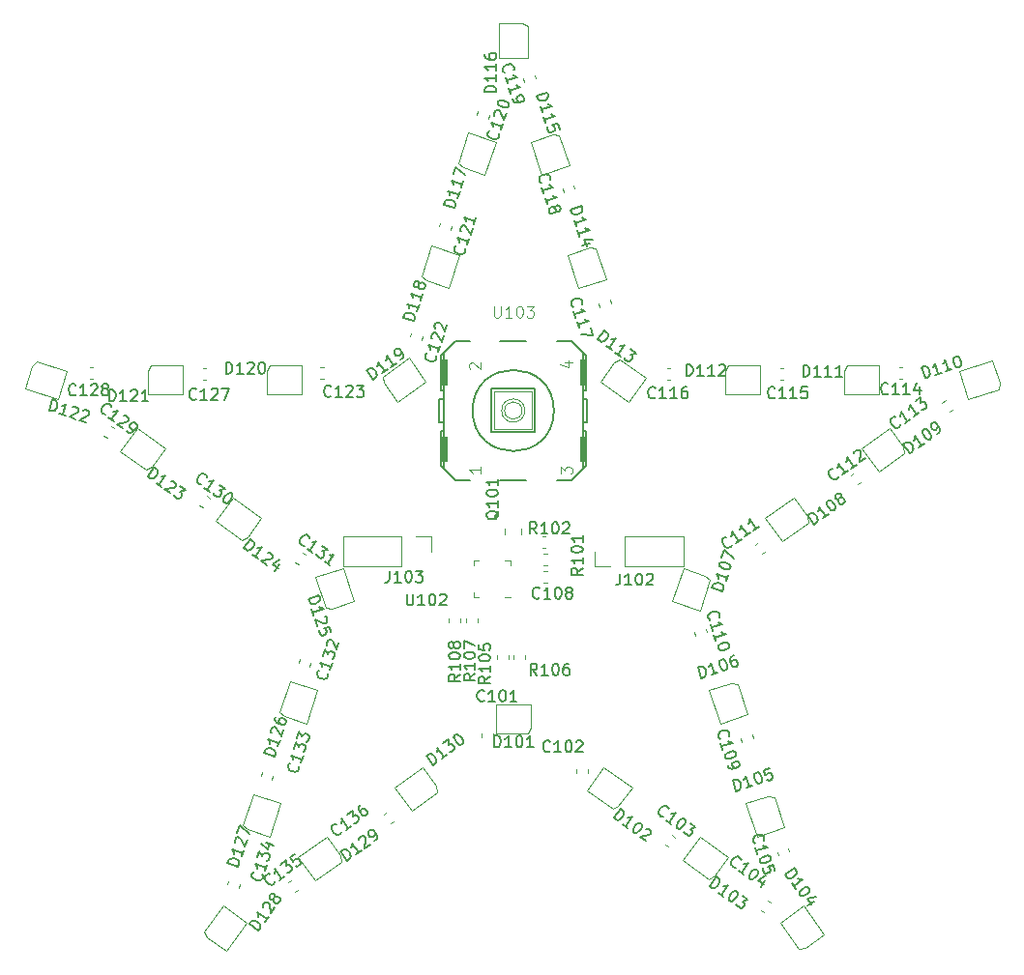
<source format=gbr>
G04 #@! TF.GenerationSoftware,KiCad,Pcbnew,5.1.5*
G04 #@! TF.CreationDate,2020-04-28T21:36:49+02:00*
G04 #@! TF.ProjectId,movingstar,6d6f7669-6e67-4737-9461-722e6b696361,rev?*
G04 #@! TF.SameCoordinates,Original*
G04 #@! TF.FileFunction,Legend,Top*
G04 #@! TF.FilePolarity,Positive*
%FSLAX46Y46*%
G04 Gerber Fmt 4.6, Leading zero omitted, Abs format (unit mm)*
G04 Created by KiCad (PCBNEW 5.1.5) date 2020-04-28 21:36:49*
%MOMM*%
%LPD*%
G04 APERTURE LIST*
%ADD10C,0.152400*%
%ADD11C,0.050800*%
%ADD12C,0.010000*%
%ADD13C,0.120000*%
%ADD14C,0.015000*%
%ADD15C,0.150000*%
G04 APERTURE END LIST*
D10*
X198095000Y-91313000D02*
X198095000Y-87503000D01*
X201905000Y-87503000D02*
X198095000Y-87503000D01*
X201905000Y-87503000D02*
X201905000Y-91313000D01*
X198095000Y-91313000D02*
X201905000Y-91313000D01*
D11*
X198349000Y-91059000D02*
X198349000Y-87757000D01*
X201651000Y-87757000D02*
X198349000Y-87757000D01*
X201651000Y-87757000D02*
X201651000Y-91059000D01*
X198349000Y-91059000D02*
X201651000Y-91059000D01*
D10*
X193904000Y-90424000D02*
X193523000Y-90424000D01*
X193904000Y-90424000D02*
X193904000Y-88392000D01*
X193523000Y-90424000D02*
X193523000Y-88392000D01*
X193523000Y-88392000D02*
X193904000Y-88392000D01*
X194920000Y-83312000D02*
X193904000Y-84328000D01*
X193904000Y-84328000D02*
X193904000Y-87630000D01*
X194920000Y-83312000D02*
X196190000Y-83312000D01*
X198857000Y-83312000D02*
X201143000Y-83312000D01*
X206096000Y-84328000D02*
X205080000Y-83312000D01*
X205080000Y-83312000D02*
X203810000Y-83312000D01*
X198857000Y-95504000D02*
X201143000Y-95504000D01*
X203810000Y-95504000D02*
X205080000Y-95504000D01*
X205080000Y-95504000D02*
X206096000Y-94488000D01*
X206096000Y-94488000D02*
X206096000Y-91186000D01*
X193904000Y-94488000D02*
X193904000Y-91186000D01*
X193904000Y-94488000D02*
X194920000Y-95504000D01*
X194920000Y-95504000D02*
X196190000Y-95504000D01*
X206477000Y-90424000D02*
X206477000Y-88392000D01*
X206477000Y-90424000D02*
X206096000Y-90424000D01*
X206096000Y-88392000D02*
X206477000Y-88392000D01*
X193904000Y-84328000D02*
X193650000Y-84582000D01*
X193650000Y-84582000D02*
X193650000Y-87630000D01*
X193650000Y-87630000D02*
X193904000Y-87630000D01*
X193904000Y-87630000D02*
X193904000Y-88392000D01*
X193650000Y-91186000D02*
X193904000Y-91186000D01*
X193904000Y-91186000D02*
X193904000Y-90424000D01*
X193650000Y-91186000D02*
X193650000Y-94234000D01*
X193904000Y-94488000D02*
X193650000Y-94234000D01*
X206096000Y-90424000D02*
X206096000Y-88392000D01*
X206096000Y-88392000D02*
X206096000Y-87630000D01*
X206096000Y-91186000D02*
X206350000Y-91186000D01*
X206096000Y-91186000D02*
X206096000Y-90424000D01*
X206350000Y-91186000D02*
X206350000Y-94234000D01*
X206350000Y-94234000D02*
X206096000Y-94488000D01*
X206096000Y-87630000D02*
X206350000Y-87630000D01*
X206096000Y-87630000D02*
X206096000Y-84328000D01*
X206350000Y-84582000D02*
X206350000Y-87630000D01*
X206096000Y-84328000D02*
X206350000Y-84582000D01*
X203556000Y-89408000D02*
G75*
G03X203556000Y-89408000I-3556000J0D01*
G01*
D11*
X201016000Y-89408000D02*
G75*
G03X201016000Y-89408000I-1016000J0D01*
G01*
X200762000Y-89408000D02*
G75*
G03X200762000Y-89408000I-762000J0D01*
G01*
D12*
G36*
X193650000Y-87122000D02*
G01*
X193650000Y-84963000D01*
X194158000Y-84963000D01*
X194158000Y-87122000D01*
X193650000Y-87122000D01*
G37*
X193650000Y-87122000D02*
X193650000Y-84963000D01*
X194158000Y-84963000D01*
X194158000Y-87122000D01*
X193650000Y-87122000D01*
G36*
X193650000Y-93853000D02*
G01*
X193650000Y-91694000D01*
X194158000Y-91694000D01*
X194158000Y-93853000D01*
X193650000Y-93853000D01*
G37*
X193650000Y-93853000D02*
X193650000Y-91694000D01*
X194158000Y-91694000D01*
X194158000Y-93853000D01*
X193650000Y-93853000D01*
G36*
X205842000Y-87122000D02*
G01*
X205842000Y-84963000D01*
X206350000Y-84963000D01*
X206350000Y-87122000D01*
X205842000Y-87122000D01*
G37*
X205842000Y-87122000D02*
X205842000Y-84963000D01*
X206350000Y-84963000D01*
X206350000Y-87122000D01*
X205842000Y-87122000D01*
G36*
X205842000Y-93853000D02*
G01*
X205842000Y-91694000D01*
X206350000Y-91694000D01*
X206350000Y-93853000D01*
X205842000Y-93853000D01*
G37*
X205842000Y-93853000D02*
X205842000Y-91694000D01*
X206350000Y-91694000D01*
X206350000Y-93853000D01*
X205842000Y-93853000D01*
D13*
X218546000Y-87980000D02*
X218546000Y-85948000D01*
X218546000Y-85948000D02*
X218800000Y-85440000D01*
X218800000Y-85440000D02*
X221594000Y-85440000D01*
X221594000Y-85440000D02*
X221594000Y-87980000D01*
X221594000Y-87980000D02*
X218546000Y-87980000D01*
X185090000Y-100420000D02*
X185090000Y-103080000D01*
X190230000Y-100420000D02*
X185090000Y-100420000D01*
X190230000Y-103080000D02*
X185090000Y-103080000D01*
X190230000Y-100420000D02*
X190230000Y-103080000D01*
X191500000Y-100420000D02*
X192830000Y-100420000D01*
X192830000Y-100420000D02*
X192830000Y-101750000D01*
X207933545Y-120626764D02*
X210399429Y-122418333D01*
X206440571Y-122681667D02*
X207933545Y-120626764D01*
X208700964Y-124323939D02*
X206440571Y-122681667D01*
X209205050Y-124062256D02*
X208700964Y-124323939D01*
X210399429Y-122418333D02*
X209205050Y-124062256D01*
X196960000Y-105750000D02*
X196510000Y-105750000D01*
X196510000Y-105750000D02*
X196510000Y-105300000D01*
X199280000Y-102530000D02*
X199730000Y-102530000D01*
X199730000Y-102530000D02*
X199730000Y-102980000D01*
X196960000Y-102530000D02*
X196510000Y-102530000D01*
X196510000Y-102530000D02*
X196510000Y-102980000D01*
X199280000Y-105750000D02*
X199730000Y-105750000D01*
X198228680Y-118008619D02*
X198228680Y-117683061D01*
X197208680Y-118008619D02*
X197208680Y-117683061D01*
X206504000Y-120868221D02*
X206504000Y-121193779D01*
X205484000Y-120868221D02*
X205484000Y-121193779D01*
X213309539Y-127443920D02*
X213572920Y-127635278D01*
X213909080Y-126618722D02*
X214172461Y-126810080D01*
X222291080Y-132333722D02*
X222554461Y-132525080D01*
X221691539Y-133158920D02*
X221954920Y-133350278D01*
X224168340Y-128066213D02*
X224067737Y-127756589D01*
X223198263Y-128381411D02*
X223097660Y-128071787D01*
X202981779Y-103503000D02*
X202656221Y-103503000D01*
X202981779Y-104523000D02*
X202656221Y-104523000D01*
X220037263Y-118422411D02*
X219936660Y-118112787D01*
X221007340Y-118107213D02*
X220906737Y-117797589D01*
X216943340Y-108836213D02*
X216842737Y-108526589D01*
X215973263Y-109151411D02*
X215872660Y-108841787D01*
X221183539Y-101156080D02*
X221446920Y-100964722D01*
X221783080Y-101981278D02*
X222046461Y-101789920D01*
X230165080Y-95885278D02*
X230428461Y-95693920D01*
X229565539Y-95060080D02*
X229828920Y-94868722D01*
X238166080Y-89535278D02*
X238429461Y-89343920D01*
X237566539Y-88710080D02*
X237829920Y-88518722D01*
X234096779Y-85596000D02*
X233771221Y-85596000D01*
X234096779Y-86616000D02*
X233771221Y-86616000D01*
X223682779Y-86743000D02*
X223357221Y-86743000D01*
X223682779Y-85723000D02*
X223357221Y-85723000D01*
X213776779Y-85723000D02*
X213451221Y-85723000D01*
X213776779Y-86743000D02*
X213451221Y-86743000D01*
X207591263Y-80322411D02*
X207490660Y-80012787D01*
X208561340Y-80007213D02*
X208460737Y-79697589D01*
X205386340Y-69974213D02*
X205285737Y-69664589D01*
X204416263Y-70289411D02*
X204315660Y-69979787D01*
X200987263Y-60637411D02*
X200886660Y-60327787D01*
X201957340Y-60322213D02*
X201856737Y-60012589D01*
X196923263Y-63187589D02*
X196822660Y-63497213D01*
X197893340Y-63502787D02*
X197792737Y-63812411D01*
X193621263Y-72966589D02*
X193520660Y-73276213D01*
X194591340Y-73281787D02*
X194490737Y-73591411D01*
X192051340Y-82933787D02*
X191950737Y-83243411D01*
X191081263Y-82618589D02*
X190980660Y-82928213D01*
X183423779Y-86616000D02*
X183098221Y-86616000D01*
X183423779Y-85596000D02*
X183098221Y-85596000D01*
X173136779Y-85723000D02*
X172811221Y-85723000D01*
X173136779Y-86743000D02*
X172811221Y-86743000D01*
X163230779Y-86616000D02*
X162905221Y-86616000D01*
X163230779Y-85596000D02*
X162905221Y-85596000D01*
X164162640Y-91584801D02*
X164426021Y-91776159D01*
X164762181Y-90759603D02*
X165025562Y-90950961D01*
X173142080Y-96900722D02*
X173405461Y-97092080D01*
X172542539Y-97725920D02*
X172805920Y-97917278D01*
X180924539Y-102678920D02*
X181187920Y-102870278D01*
X181524080Y-101853722D02*
X181787461Y-102045080D01*
X182272340Y-111508787D02*
X182171737Y-111818411D01*
X181302263Y-111193589D02*
X181201660Y-111503213D01*
X178000263Y-121099589D02*
X177899660Y-121409213D01*
X178970340Y-121414787D02*
X178869737Y-121724411D01*
X176049340Y-130939787D02*
X175948737Y-131249411D01*
X175079263Y-130624589D02*
X174978660Y-130934213D01*
X180289539Y-130747080D02*
X180552920Y-130555722D01*
X180889080Y-131572278D02*
X181152461Y-131380920D01*
X188671539Y-124778080D02*
X188934920Y-124586722D01*
X189271080Y-125603278D02*
X189534461Y-125411920D01*
X201524000Y-115160000D02*
X201524000Y-117192000D01*
X201524000Y-117192000D02*
X201270000Y-117700000D01*
X201270000Y-117700000D02*
X198476000Y-117700000D01*
X198476000Y-117700000D02*
X198476000Y-115160000D01*
X198476000Y-115160000D02*
X201524000Y-115160000D01*
X218829429Y-128538333D02*
X217635050Y-130182256D01*
X217635050Y-130182256D02*
X217130964Y-130443939D01*
X217130964Y-130443939D02*
X214870571Y-128801667D01*
X214870571Y-128801667D02*
X216363545Y-126746764D01*
X216363545Y-126746764D02*
X218829429Y-128538333D01*
X225401667Y-132810571D02*
X227193236Y-135276455D01*
X223346764Y-134303545D02*
X225401667Y-132810571D01*
X224989036Y-136563939D02*
X223346764Y-134303545D01*
X225549314Y-136470834D02*
X224989036Y-136563939D01*
X227193236Y-135276455D02*
X225549314Y-136470834D01*
X220371216Y-123833041D02*
X222303763Y-123205119D01*
X222303763Y-123205119D02*
X222865390Y-123289707D01*
X222865390Y-123289707D02*
X223728784Y-125946959D01*
X223728784Y-125946959D02*
X221313100Y-126731862D01*
X221313100Y-126731862D02*
X220371216Y-123833041D01*
X217161216Y-113923041D02*
X219093763Y-113295119D01*
X219093763Y-113295119D02*
X219655390Y-113379707D01*
X219655390Y-113379707D02*
X220518784Y-116036959D01*
X220518784Y-116036959D02*
X218103100Y-116821862D01*
X218103100Y-116821862D02*
X217161216Y-113923041D01*
X213941216Y-106136959D02*
X214883100Y-103238138D01*
X216356900Y-106921862D02*
X213941216Y-106136959D01*
X217220293Y-104264610D02*
X216356900Y-106921862D01*
X216815647Y-103866061D02*
X217220293Y-104264610D01*
X214883100Y-103238138D02*
X216815647Y-103866061D01*
X222070571Y-98828333D02*
X224536455Y-97036764D01*
X223563545Y-100883236D02*
X222070571Y-98828333D01*
X225823939Y-99240964D02*
X223563545Y-100883236D01*
X225730834Y-98680686D02*
X225823939Y-99240964D01*
X224536455Y-97036764D02*
X225730834Y-98680686D01*
X232956455Y-90906764D02*
X234150834Y-92550686D01*
X234150834Y-92550686D02*
X234243939Y-93110964D01*
X234243939Y-93110964D02*
X231983545Y-94753236D01*
X231983545Y-94753236D02*
X230490571Y-92698333D01*
X230490571Y-92698333D02*
X232956455Y-90906764D01*
X239058138Y-85973100D02*
X241956959Y-85031216D01*
X239843041Y-88388784D02*
X239058138Y-85973100D01*
X242500293Y-87525390D02*
X239843041Y-88388784D01*
X242584881Y-86963763D02*
X242500293Y-87525390D01*
X241956959Y-85031216D02*
X242584881Y-86963763D01*
X232004000Y-87980000D02*
X228956000Y-87980000D01*
X232004000Y-85440000D02*
X232004000Y-87980000D01*
X229210000Y-85440000D02*
X232004000Y-85440000D01*
X228956000Y-85948000D02*
X229210000Y-85440000D01*
X228956000Y-87980000D02*
X228956000Y-85948000D01*
X207670571Y-86841667D02*
X208864950Y-85197744D01*
X208864950Y-85197744D02*
X209369036Y-84936061D01*
X209369036Y-84936061D02*
X211629429Y-86578333D01*
X211629429Y-86578333D02*
X210136455Y-88633236D01*
X210136455Y-88633236D02*
X207670571Y-86841667D01*
X204751216Y-75753041D02*
X206683763Y-75125119D01*
X206683763Y-75125119D02*
X207245390Y-75209707D01*
X207245390Y-75209707D02*
X208108784Y-77866959D01*
X208108784Y-77866959D02*
X205693100Y-78651862D01*
X205693100Y-78651862D02*
X204751216Y-75753041D01*
X202483100Y-68741862D02*
X201541216Y-65843041D01*
X204898784Y-67956959D02*
X202483100Y-68741862D01*
X204035390Y-65299707D02*
X204898784Y-67956959D01*
X203473763Y-65215119D02*
X204035390Y-65299707D01*
X201541216Y-65843041D02*
X203473763Y-65215119D01*
X198730000Y-55476000D02*
X200762000Y-55476000D01*
X200762000Y-55476000D02*
X201270000Y-55730000D01*
X201270000Y-55730000D02*
X201270000Y-58524000D01*
X201270000Y-58524000D02*
X198730000Y-58524000D01*
X198730000Y-58524000D02*
X198730000Y-55476000D01*
X198458784Y-65843041D02*
X197516900Y-68741862D01*
X196043100Y-65058138D02*
X198458784Y-65843041D01*
X195179707Y-67715390D02*
X196043100Y-65058138D01*
X195584353Y-68113939D02*
X195179707Y-67715390D01*
X197516900Y-68741862D02*
X195584353Y-68113939D01*
X195248784Y-75753041D02*
X194306900Y-78651862D01*
X192833100Y-74968138D02*
X195248784Y-75753041D01*
X191969707Y-77625390D02*
X192833100Y-74968138D01*
X192374353Y-78023939D02*
X191969707Y-77625390D01*
X194306900Y-78651862D02*
X192374353Y-78023939D01*
X192329429Y-86841667D02*
X189863545Y-88633236D01*
X190836455Y-84786764D02*
X192329429Y-86841667D01*
X188576061Y-86429036D02*
X190836455Y-84786764D01*
X188669166Y-86989314D02*
X188576061Y-86429036D01*
X189863545Y-88633236D02*
X188669166Y-86989314D01*
X178406000Y-87980000D02*
X178406000Y-85948000D01*
X178406000Y-85948000D02*
X178660000Y-85440000D01*
X178660000Y-85440000D02*
X181454000Y-85440000D01*
X181454000Y-85440000D02*
X181454000Y-87980000D01*
X181454000Y-87980000D02*
X178406000Y-87980000D01*
X171044000Y-87980000D02*
X167996000Y-87980000D01*
X171044000Y-85440000D02*
X171044000Y-87980000D01*
X168250000Y-85440000D02*
X171044000Y-85440000D01*
X167996000Y-85948000D02*
X168250000Y-85440000D01*
X167996000Y-87980000D02*
X167996000Y-85948000D01*
X157258138Y-87446900D02*
X157886061Y-85514353D01*
X157886061Y-85514353D02*
X158284610Y-85109707D01*
X158284610Y-85109707D02*
X160941862Y-85973100D01*
X160941862Y-85973100D02*
X160156959Y-88388784D01*
X160156959Y-88388784D02*
X157258138Y-87446900D01*
X167043545Y-90906764D02*
X169509429Y-92698333D01*
X165550571Y-92961667D02*
X167043545Y-90906764D01*
X167810964Y-94603939D02*
X165550571Y-92961667D01*
X168315050Y-94342256D02*
X167810964Y-94603939D01*
X169509429Y-92698333D02*
X168315050Y-94342256D01*
X177929429Y-98828333D02*
X176735050Y-100472256D01*
X176735050Y-100472256D02*
X176230964Y-100733939D01*
X176230964Y-100733939D02*
X173970571Y-99091667D01*
X173970571Y-99091667D02*
X175463545Y-97036764D01*
X175463545Y-97036764D02*
X177929429Y-98828333D01*
X185116900Y-103238138D02*
X186058784Y-106136959D01*
X182701216Y-104023041D02*
X185116900Y-103238138D01*
X183564610Y-106680293D02*
X182701216Y-104023041D01*
X184126237Y-106764881D02*
X183564610Y-106680293D01*
X186058784Y-106136959D02*
X184126237Y-106764881D01*
X181896900Y-116821862D02*
X179964353Y-116193939D01*
X179964353Y-116193939D02*
X179559707Y-115795390D01*
X179559707Y-115795390D02*
X180423100Y-113138138D01*
X180423100Y-113138138D02*
X182838784Y-113923041D01*
X182838784Y-113923041D02*
X181896900Y-116821862D01*
X179628784Y-123833041D02*
X178686900Y-126731862D01*
X177213100Y-123048138D02*
X179628784Y-123833041D01*
X176349707Y-125705390D02*
X177213100Y-123048138D01*
X176754353Y-126103939D02*
X176349707Y-125705390D01*
X178686900Y-126731862D02*
X176754353Y-126103939D01*
X174861667Y-136769429D02*
X173217744Y-135575050D01*
X173217744Y-135575050D02*
X172956061Y-135070964D01*
X172956061Y-135070964D02*
X174598333Y-132810571D01*
X174598333Y-132810571D02*
X176653236Y-134303545D01*
X176653236Y-134303545D02*
X174861667Y-136769429D01*
X181170571Y-128538333D02*
X183636455Y-126746764D01*
X182663545Y-130593236D02*
X181170571Y-128538333D01*
X184923939Y-128950964D02*
X182663545Y-130593236D01*
X184830834Y-128390686D02*
X184923939Y-128950964D01*
X183636455Y-126746764D02*
X184830834Y-128390686D01*
X192066455Y-120626764D02*
X193260834Y-122270686D01*
X193260834Y-122270686D02*
X193353939Y-122830964D01*
X193353939Y-122830964D02*
X191093545Y-124473236D01*
X191093545Y-124473236D02*
X189600571Y-122418333D01*
X189600571Y-122418333D02*
X192066455Y-120626764D01*
X199290000Y-100258578D02*
X199290000Y-99741422D01*
X200710000Y-100258578D02*
X200710000Y-99741422D01*
X202854779Y-101475000D02*
X202529221Y-101475000D01*
X202854779Y-100455000D02*
X202529221Y-100455000D01*
X202656221Y-102999000D02*
X202981779Y-102999000D01*
X202656221Y-101979000D02*
X202981779Y-101979000D01*
X198549800Y-111186179D02*
X198549800Y-110860621D01*
X199569800Y-111186179D02*
X199569800Y-110860621D01*
X201043000Y-111186179D02*
X201043000Y-110860621D01*
X200023000Y-111186179D02*
X200023000Y-110860621D01*
X195837080Y-107934979D02*
X195837080Y-107609421D01*
X196857080Y-107934979D02*
X196857080Y-107609421D01*
X195333080Y-107929899D02*
X195333080Y-107604341D01*
X194313080Y-107929899D02*
X194313080Y-107604341D01*
X214910000Y-103080000D02*
X214910000Y-100420000D01*
X209770000Y-103080000D02*
X214910000Y-103080000D01*
X209770000Y-100420000D02*
X214910000Y-100420000D01*
X209770000Y-103080000D02*
X209770000Y-100420000D01*
X208500000Y-103080000D02*
X207170000Y-103080000D01*
X207170000Y-103080000D02*
X207170000Y-101750000D01*
D14*
X198310714Y-80249780D02*
X198310714Y-81059304D01*
X198358333Y-81154542D01*
X198405952Y-81202161D01*
X198501190Y-81249780D01*
X198691666Y-81249780D01*
X198786904Y-81202161D01*
X198834523Y-81154542D01*
X198882142Y-81059304D01*
X198882142Y-80249780D01*
X199882142Y-81249780D02*
X199310714Y-81249780D01*
X199596428Y-81249780D02*
X199596428Y-80249780D01*
X199501190Y-80392638D01*
X199405952Y-80487876D01*
X199310714Y-80535495D01*
X200501190Y-80249780D02*
X200596428Y-80249780D01*
X200691666Y-80297400D01*
X200739285Y-80345019D01*
X200786904Y-80440257D01*
X200834523Y-80630733D01*
X200834523Y-80868828D01*
X200786904Y-81059304D01*
X200739285Y-81154542D01*
X200691666Y-81202161D01*
X200596428Y-81249780D01*
X200501190Y-81249780D01*
X200405952Y-81202161D01*
X200358333Y-81154542D01*
X200310714Y-81059304D01*
X200263095Y-80868828D01*
X200263095Y-80630733D01*
X200310714Y-80440257D01*
X200358333Y-80345019D01*
X200405952Y-80297400D01*
X200501190Y-80249780D01*
X201167857Y-80249780D02*
X201786904Y-80249780D01*
X201453571Y-80630733D01*
X201596428Y-80630733D01*
X201691666Y-80678352D01*
X201739285Y-80725971D01*
X201786904Y-80821209D01*
X201786904Y-81059304D01*
X201739285Y-81154542D01*
X201691666Y-81202161D01*
X201596428Y-81249780D01*
X201310714Y-81249780D01*
X201215476Y-81202161D01*
X201167857Y-81154542D01*
X197150380Y-94329285D02*
X197150380Y-94900714D01*
X197150380Y-94615000D02*
X196150380Y-94615000D01*
X196293238Y-94710238D01*
X196388476Y-94805476D01*
X196436095Y-94900714D01*
X196245619Y-85756714D02*
X196198000Y-85709095D01*
X196150380Y-85613857D01*
X196150380Y-85375761D01*
X196198000Y-85280523D01*
X196245619Y-85232904D01*
X196340857Y-85185285D01*
X196436095Y-85185285D01*
X196578952Y-85232904D01*
X197150380Y-85804333D01*
X197150380Y-85185285D01*
X204151380Y-94948333D02*
X204151380Y-94329285D01*
X204532333Y-94662619D01*
X204532333Y-94519761D01*
X204579952Y-94424523D01*
X204627571Y-94376904D01*
X204722809Y-94329285D01*
X204960904Y-94329285D01*
X205056142Y-94376904D01*
X205103761Y-94424523D01*
X205151380Y-94519761D01*
X205151380Y-94805476D01*
X205103761Y-94900714D01*
X205056142Y-94948333D01*
X204484714Y-85153523D02*
X205151380Y-85153523D01*
X204103761Y-85391619D02*
X204818047Y-85629714D01*
X204818047Y-85010666D01*
D15*
X215162023Y-86367880D02*
X215162023Y-85367880D01*
X215400119Y-85367880D01*
X215542976Y-85415500D01*
X215638214Y-85510738D01*
X215685833Y-85605976D01*
X215733452Y-85796452D01*
X215733452Y-85939309D01*
X215685833Y-86129785D01*
X215638214Y-86225023D01*
X215542976Y-86320261D01*
X215400119Y-86367880D01*
X215162023Y-86367880D01*
X216685833Y-86367880D02*
X216114404Y-86367880D01*
X216400119Y-86367880D02*
X216400119Y-85367880D01*
X216304880Y-85510738D01*
X216209642Y-85605976D01*
X216114404Y-85653595D01*
X217638214Y-86367880D02*
X217066785Y-86367880D01*
X217352500Y-86367880D02*
X217352500Y-85367880D01*
X217257261Y-85510738D01*
X217162023Y-85605976D01*
X217066785Y-85653595D01*
X218019166Y-85463119D02*
X218066785Y-85415500D01*
X218162023Y-85367880D01*
X218400119Y-85367880D01*
X218495357Y-85415500D01*
X218542976Y-85463119D01*
X218590595Y-85558357D01*
X218590595Y-85653595D01*
X218542976Y-85796452D01*
X217971547Y-86367880D01*
X218590595Y-86367880D01*
X189174285Y-103452380D02*
X189174285Y-104166666D01*
X189126666Y-104309523D01*
X189031428Y-104404761D01*
X188888571Y-104452380D01*
X188793333Y-104452380D01*
X190174285Y-104452380D02*
X189602857Y-104452380D01*
X189888571Y-104452380D02*
X189888571Y-103452380D01*
X189793333Y-103595238D01*
X189698095Y-103690476D01*
X189602857Y-103738095D01*
X190793333Y-103452380D02*
X190888571Y-103452380D01*
X190983809Y-103500000D01*
X191031428Y-103547619D01*
X191079047Y-103642857D01*
X191126666Y-103833333D01*
X191126666Y-104071428D01*
X191079047Y-104261904D01*
X191031428Y-104357142D01*
X190983809Y-104404761D01*
X190888571Y-104452380D01*
X190793333Y-104452380D01*
X190698095Y-104404761D01*
X190650476Y-104357142D01*
X190602857Y-104261904D01*
X190555238Y-104071428D01*
X190555238Y-103833333D01*
X190602857Y-103642857D01*
X190650476Y-103547619D01*
X190698095Y-103500000D01*
X190793333Y-103452380D01*
X191460000Y-103452380D02*
X192079047Y-103452380D01*
X191745714Y-103833333D01*
X191888571Y-103833333D01*
X191983809Y-103880952D01*
X192031428Y-103928571D01*
X192079047Y-104023809D01*
X192079047Y-104261904D01*
X192031428Y-104357142D01*
X191983809Y-104404761D01*
X191888571Y-104452380D01*
X191602857Y-104452380D01*
X191507619Y-104404761D01*
X191460000Y-104357142D01*
X208805472Y-125102346D02*
X209393257Y-124293329D01*
X209585880Y-124433278D01*
X209673464Y-124555772D01*
X209694534Y-124688801D01*
X209677079Y-124793840D01*
X209603644Y-124975928D01*
X209519675Y-125091502D01*
X209369191Y-125217611D01*
X209274687Y-125266670D01*
X209141658Y-125287740D01*
X208998095Y-125242295D01*
X208805472Y-125102346D01*
X210038259Y-125998019D02*
X209575964Y-125662142D01*
X209807112Y-125830081D02*
X210394897Y-125021064D01*
X210233878Y-125080658D01*
X210100850Y-125101728D01*
X209995811Y-125084273D01*
X211126865Y-125552869D02*
X211203914Y-125608849D01*
X211252973Y-125703353D01*
X211263508Y-125769867D01*
X211246053Y-125874906D01*
X211172619Y-126056995D01*
X211032670Y-126249618D01*
X210882186Y-126375726D01*
X210787682Y-126424786D01*
X210721168Y-126435321D01*
X210616129Y-126417866D01*
X210539080Y-126361886D01*
X210490020Y-126267382D01*
X210479485Y-126200868D01*
X210496940Y-126095829D01*
X210570375Y-125913740D01*
X210710323Y-125721117D01*
X210860807Y-125595009D01*
X210955311Y-125545949D01*
X211021826Y-125535414D01*
X211126865Y-125552869D01*
X211648755Y-126049765D02*
X211715269Y-126039230D01*
X211820308Y-126056685D01*
X212012931Y-126196634D01*
X212061990Y-126291138D01*
X212072525Y-126357653D01*
X212055070Y-126462692D01*
X211999091Y-126539741D01*
X211876597Y-126627325D01*
X211078424Y-126753743D01*
X211579244Y-127117610D01*
X190668714Y-105471380D02*
X190668714Y-106280904D01*
X190716333Y-106376142D01*
X190763952Y-106423761D01*
X190859190Y-106471380D01*
X191049666Y-106471380D01*
X191144904Y-106423761D01*
X191192523Y-106376142D01*
X191240142Y-106280904D01*
X191240142Y-105471380D01*
X192240142Y-106471380D02*
X191668714Y-106471380D01*
X191954428Y-106471380D02*
X191954428Y-105471380D01*
X191859190Y-105614238D01*
X191763952Y-105709476D01*
X191668714Y-105757095D01*
X192859190Y-105471380D02*
X192954428Y-105471380D01*
X193049666Y-105519000D01*
X193097285Y-105566619D01*
X193144904Y-105661857D01*
X193192523Y-105852333D01*
X193192523Y-106090428D01*
X193144904Y-106280904D01*
X193097285Y-106376142D01*
X193049666Y-106423761D01*
X192954428Y-106471380D01*
X192859190Y-106471380D01*
X192763952Y-106423761D01*
X192716333Y-106376142D01*
X192668714Y-106280904D01*
X192621095Y-106090428D01*
X192621095Y-105852333D01*
X192668714Y-105661857D01*
X192716333Y-105566619D01*
X192763952Y-105519000D01*
X192859190Y-105471380D01*
X193573476Y-105566619D02*
X193621095Y-105519000D01*
X193716333Y-105471380D01*
X193954428Y-105471380D01*
X194049666Y-105519000D01*
X194097285Y-105566619D01*
X194144904Y-105661857D01*
X194144904Y-105757095D01*
X194097285Y-105899952D01*
X193525857Y-106471380D01*
X194144904Y-106471380D01*
X197458152Y-114809542D02*
X197410533Y-114857161D01*
X197267676Y-114904780D01*
X197172438Y-114904780D01*
X197029580Y-114857161D01*
X196934342Y-114761923D01*
X196886723Y-114666685D01*
X196839104Y-114476209D01*
X196839104Y-114333352D01*
X196886723Y-114142876D01*
X196934342Y-114047638D01*
X197029580Y-113952400D01*
X197172438Y-113904780D01*
X197267676Y-113904780D01*
X197410533Y-113952400D01*
X197458152Y-114000019D01*
X198410533Y-114904780D02*
X197839104Y-114904780D01*
X198124819Y-114904780D02*
X198124819Y-113904780D01*
X198029580Y-114047638D01*
X197934342Y-114142876D01*
X197839104Y-114190495D01*
X199029580Y-113904780D02*
X199124819Y-113904780D01*
X199220057Y-113952400D01*
X199267676Y-114000019D01*
X199315295Y-114095257D01*
X199362914Y-114285733D01*
X199362914Y-114523828D01*
X199315295Y-114714304D01*
X199267676Y-114809542D01*
X199220057Y-114857161D01*
X199124819Y-114904780D01*
X199029580Y-114904780D01*
X198934342Y-114857161D01*
X198886723Y-114809542D01*
X198839104Y-114714304D01*
X198791485Y-114523828D01*
X198791485Y-114285733D01*
X198839104Y-114095257D01*
X198886723Y-114000019D01*
X198934342Y-113952400D01*
X199029580Y-113904780D01*
X200315295Y-114904780D02*
X199743866Y-114904780D01*
X200029580Y-114904780D02*
X200029580Y-113904780D01*
X199934342Y-114047638D01*
X199839104Y-114142876D01*
X199743866Y-114190495D01*
X203223952Y-119229142D02*
X203176333Y-119276761D01*
X203033476Y-119324380D01*
X202938238Y-119324380D01*
X202795380Y-119276761D01*
X202700142Y-119181523D01*
X202652523Y-119086285D01*
X202604904Y-118895809D01*
X202604904Y-118752952D01*
X202652523Y-118562476D01*
X202700142Y-118467238D01*
X202795380Y-118372000D01*
X202938238Y-118324380D01*
X203033476Y-118324380D01*
X203176333Y-118372000D01*
X203223952Y-118419619D01*
X204176333Y-119324380D02*
X203604904Y-119324380D01*
X203890619Y-119324380D02*
X203890619Y-118324380D01*
X203795380Y-118467238D01*
X203700142Y-118562476D01*
X203604904Y-118610095D01*
X204795380Y-118324380D02*
X204890619Y-118324380D01*
X204985857Y-118372000D01*
X205033476Y-118419619D01*
X205081095Y-118514857D01*
X205128714Y-118705333D01*
X205128714Y-118943428D01*
X205081095Y-119133904D01*
X205033476Y-119229142D01*
X204985857Y-119276761D01*
X204890619Y-119324380D01*
X204795380Y-119324380D01*
X204700142Y-119276761D01*
X204652523Y-119229142D01*
X204604904Y-119133904D01*
X204557285Y-118943428D01*
X204557285Y-118705333D01*
X204604904Y-118514857D01*
X204652523Y-118419619D01*
X204700142Y-118372000D01*
X204795380Y-118324380D01*
X205509666Y-118419619D02*
X205557285Y-118372000D01*
X205652523Y-118324380D01*
X205890619Y-118324380D01*
X205985857Y-118372000D01*
X206033476Y-118419619D01*
X206081095Y-118514857D01*
X206081095Y-118610095D01*
X206033476Y-118752952D01*
X205462047Y-119324380D01*
X206081095Y-119324380D01*
X213133748Y-124980174D02*
X213067233Y-124990709D01*
X212923670Y-124945265D01*
X212846620Y-124889285D01*
X212759036Y-124766791D01*
X212737967Y-124633762D01*
X212755422Y-124528723D01*
X212828856Y-124346635D01*
X212912825Y-124231061D01*
X213063309Y-124104953D01*
X213157813Y-124055893D01*
X213290842Y-124034823D01*
X213434406Y-124080268D01*
X213511455Y-124136248D01*
X213599039Y-124258742D01*
X213609574Y-124325256D01*
X213848260Y-125617019D02*
X213385965Y-125281142D01*
X213617113Y-125449081D02*
X214204898Y-124640064D01*
X214043879Y-124699658D01*
X213910851Y-124720728D01*
X213805812Y-124703273D01*
X214936866Y-125171869D02*
X215013915Y-125227849D01*
X215062974Y-125322353D01*
X215073509Y-125388867D01*
X215056054Y-125493906D01*
X214982620Y-125675995D01*
X214842671Y-125868618D01*
X214692187Y-125994726D01*
X214597683Y-126043786D01*
X214531169Y-126054321D01*
X214426130Y-126036866D01*
X214349081Y-125980886D01*
X214300021Y-125886382D01*
X214289486Y-125819868D01*
X214306941Y-125714829D01*
X214380376Y-125532740D01*
X214520324Y-125340117D01*
X214670808Y-125214009D01*
X214765312Y-125164949D01*
X214831827Y-125154414D01*
X214936866Y-125171869D01*
X215476210Y-125563726D02*
X215977030Y-125927593D01*
X215483440Y-126039862D01*
X215599014Y-126123831D01*
X215648073Y-126218335D01*
X215658608Y-126284850D01*
X215641153Y-126389889D01*
X215501204Y-126582512D01*
X215406700Y-126631571D01*
X215340186Y-126642106D01*
X215235147Y-126624651D01*
X215003999Y-126456712D01*
X214954940Y-126362208D01*
X214944405Y-126295694D01*
X219483748Y-129425174D02*
X219417233Y-129435709D01*
X219273670Y-129390265D01*
X219196620Y-129334285D01*
X219109036Y-129211791D01*
X219087967Y-129078762D01*
X219105422Y-128973723D01*
X219178856Y-128791635D01*
X219262825Y-128676061D01*
X219413309Y-128549953D01*
X219507813Y-128500893D01*
X219640842Y-128479823D01*
X219784406Y-128525268D01*
X219861455Y-128581248D01*
X219949039Y-128703742D01*
X219959574Y-128770256D01*
X220198260Y-130062019D02*
X219735965Y-129726142D01*
X219967113Y-129894081D02*
X220554898Y-129085064D01*
X220393879Y-129144658D01*
X220260851Y-129165728D01*
X220155812Y-129148273D01*
X221286866Y-129616869D02*
X221363915Y-129672849D01*
X221412974Y-129767353D01*
X221423509Y-129833867D01*
X221406054Y-129938906D01*
X221332620Y-130120995D01*
X221192671Y-130313618D01*
X221042187Y-130439726D01*
X220947683Y-130488786D01*
X220881169Y-130499321D01*
X220776130Y-130481866D01*
X220699081Y-130425886D01*
X220650021Y-130331382D01*
X220639486Y-130264868D01*
X220656941Y-130159829D01*
X220730376Y-129977740D01*
X220870324Y-129785117D01*
X221020808Y-129659009D01*
X221115312Y-129609949D01*
X221181827Y-129599414D01*
X221286866Y-129616869D01*
X222054053Y-130586286D02*
X221662196Y-131125631D01*
X222085348Y-130138140D02*
X221472878Y-130576061D01*
X221973698Y-130939928D01*
X221183532Y-127316085D02*
X221123528Y-127285512D01*
X221034095Y-127164362D01*
X221004664Y-127073785D01*
X221005807Y-126923205D01*
X221066954Y-126803198D01*
X221142816Y-126728479D01*
X221309254Y-126624330D01*
X221445120Y-126580185D01*
X221640988Y-126566613D01*
X221746280Y-126582471D01*
X221866287Y-126643618D01*
X221955721Y-126764768D01*
X221985151Y-126855345D01*
X221984008Y-127005925D01*
X221953435Y-127065929D01*
X221387257Y-128251283D02*
X221210676Y-127707823D01*
X221298966Y-127979553D02*
X222250023Y-127670536D01*
X222084727Y-127624105D01*
X221964720Y-127562958D01*
X221890002Y-127487096D01*
X222529610Y-128531016D02*
X222559040Y-128621593D01*
X222543182Y-128726884D01*
X222512608Y-128786888D01*
X222436747Y-128861607D01*
X222270308Y-128965755D01*
X222043866Y-129039331D01*
X221847997Y-129052903D01*
X221742705Y-129037045D01*
X221682702Y-129006471D01*
X221607983Y-128930610D01*
X221578553Y-128840033D01*
X221594411Y-128734741D01*
X221624985Y-128674737D01*
X221700846Y-128600019D01*
X221867285Y-128495870D01*
X222093727Y-128422294D01*
X222289596Y-128408723D01*
X222394887Y-128424581D01*
X222454891Y-128455154D01*
X222529610Y-128531016D01*
X222912202Y-129708514D02*
X222765051Y-129255630D01*
X222297452Y-129357493D01*
X222357455Y-129388066D01*
X222432174Y-129463928D01*
X222505750Y-129690370D01*
X222489891Y-129795662D01*
X222459318Y-129855665D01*
X222383456Y-129930384D01*
X222157014Y-130003959D01*
X222051722Y-129988101D01*
X221991719Y-129957528D01*
X221917000Y-129881666D01*
X221843425Y-129655224D01*
X221859283Y-129549932D01*
X221889856Y-129489929D01*
X202309552Y-105792542D02*
X202261933Y-105840161D01*
X202119076Y-105887780D01*
X202023838Y-105887780D01*
X201880980Y-105840161D01*
X201785742Y-105744923D01*
X201738123Y-105649685D01*
X201690504Y-105459209D01*
X201690504Y-105316352D01*
X201738123Y-105125876D01*
X201785742Y-105030638D01*
X201880980Y-104935400D01*
X202023838Y-104887780D01*
X202119076Y-104887780D01*
X202261933Y-104935400D01*
X202309552Y-104983019D01*
X203261933Y-105887780D02*
X202690504Y-105887780D01*
X202976219Y-105887780D02*
X202976219Y-104887780D01*
X202880980Y-105030638D01*
X202785742Y-105125876D01*
X202690504Y-105173495D01*
X203880980Y-104887780D02*
X203976219Y-104887780D01*
X204071457Y-104935400D01*
X204119076Y-104983019D01*
X204166695Y-105078257D01*
X204214314Y-105268733D01*
X204214314Y-105506828D01*
X204166695Y-105697304D01*
X204119076Y-105792542D01*
X204071457Y-105840161D01*
X203976219Y-105887780D01*
X203880980Y-105887780D01*
X203785742Y-105840161D01*
X203738123Y-105792542D01*
X203690504Y-105697304D01*
X203642885Y-105506828D01*
X203642885Y-105268733D01*
X203690504Y-105078257D01*
X203738123Y-104983019D01*
X203785742Y-104935400D01*
X203880980Y-104887780D01*
X204785742Y-105316352D02*
X204690504Y-105268733D01*
X204642885Y-105221114D01*
X204595266Y-105125876D01*
X204595266Y-105078257D01*
X204642885Y-104983019D01*
X204690504Y-104935400D01*
X204785742Y-104887780D01*
X204976219Y-104887780D01*
X205071457Y-104935400D01*
X205119076Y-104983019D01*
X205166695Y-105078257D01*
X205166695Y-105125876D01*
X205119076Y-105221114D01*
X205071457Y-105268733D01*
X204976219Y-105316352D01*
X204785742Y-105316352D01*
X204690504Y-105363971D01*
X204642885Y-105411590D01*
X204595266Y-105506828D01*
X204595266Y-105697304D01*
X204642885Y-105792542D01*
X204690504Y-105840161D01*
X204785742Y-105887780D01*
X204976219Y-105887780D01*
X205071457Y-105840161D01*
X205119076Y-105792542D01*
X205166695Y-105697304D01*
X205166695Y-105506828D01*
X205119076Y-105411590D01*
X205071457Y-105363971D01*
X204976219Y-105316352D01*
X218135531Y-118172085D02*
X218075527Y-118141512D01*
X217986094Y-118020362D01*
X217956663Y-117929785D01*
X217957806Y-117779205D01*
X218018953Y-117659198D01*
X218094815Y-117584479D01*
X218261253Y-117480330D01*
X218397119Y-117436185D01*
X218592987Y-117422613D01*
X218698279Y-117438471D01*
X218818286Y-117499618D01*
X218907720Y-117620768D01*
X218937150Y-117711345D01*
X218936007Y-117861925D01*
X218905434Y-117921929D01*
X218339256Y-119107283D02*
X218162675Y-118563823D01*
X218250965Y-118835553D02*
X219202022Y-118526536D01*
X219036726Y-118480105D01*
X218916719Y-118418958D01*
X218842001Y-118343096D01*
X219481609Y-119387016D02*
X219511039Y-119477593D01*
X219495181Y-119582884D01*
X219464607Y-119642888D01*
X219388746Y-119717607D01*
X219222307Y-119821755D01*
X218995865Y-119895331D01*
X218799996Y-119908903D01*
X218694704Y-119893045D01*
X218634701Y-119862471D01*
X218559982Y-119786610D01*
X218530552Y-119696033D01*
X218546410Y-119590741D01*
X218576984Y-119530737D01*
X218652845Y-119456019D01*
X218819284Y-119351870D01*
X219045726Y-119278294D01*
X219241595Y-119264723D01*
X219346886Y-119280581D01*
X219406890Y-119311154D01*
X219481609Y-119387016D01*
X218780709Y-120465936D02*
X218839569Y-120647089D01*
X218914288Y-120722951D01*
X218974291Y-120753524D01*
X219139587Y-120799956D01*
X219335455Y-120786384D01*
X219697763Y-120668663D01*
X219773624Y-120593944D01*
X219804198Y-120533941D01*
X219820056Y-120428649D01*
X219761195Y-120247495D01*
X219686477Y-120171634D01*
X219626473Y-120141060D01*
X219521181Y-120125202D01*
X219294739Y-120198778D01*
X219218878Y-120273496D01*
X219188304Y-120333500D01*
X219172446Y-120438792D01*
X219231306Y-120619945D01*
X219306025Y-120695807D01*
X219366029Y-120726380D01*
X219471320Y-120742239D01*
X217246532Y-107758085D02*
X217186528Y-107727512D01*
X217097095Y-107606362D01*
X217067664Y-107515785D01*
X217068807Y-107365205D01*
X217129954Y-107245198D01*
X217205816Y-107170479D01*
X217372254Y-107066330D01*
X217508120Y-107022185D01*
X217703988Y-107008613D01*
X217809280Y-107024471D01*
X217929287Y-107085618D01*
X218018721Y-107206768D01*
X218048151Y-107297345D01*
X218047008Y-107447925D01*
X218016435Y-107507929D01*
X217450257Y-108693283D02*
X217273676Y-108149823D01*
X217361966Y-108421553D02*
X218313023Y-108112536D01*
X218147727Y-108066105D01*
X218027720Y-108004958D01*
X217953002Y-107929096D01*
X217744559Y-109599052D02*
X217567978Y-109055591D01*
X217656268Y-109327321D02*
X218607325Y-109018304D01*
X218442029Y-108971873D01*
X218322022Y-108910726D01*
X218247304Y-108834864D01*
X218886911Y-109878784D02*
X218916342Y-109969361D01*
X218900483Y-110074653D01*
X218869910Y-110134656D01*
X218794048Y-110209375D01*
X218627610Y-110313523D01*
X218401168Y-110387099D01*
X218205299Y-110400671D01*
X218100007Y-110384813D01*
X218040004Y-110354239D01*
X217965285Y-110278378D01*
X217935855Y-110187801D01*
X217951713Y-110082509D01*
X217982286Y-110022505D01*
X218058148Y-109947787D01*
X218224587Y-109843638D01*
X218451029Y-109770063D01*
X218646897Y-109756491D01*
X218752189Y-109772349D01*
X218812193Y-109802922D01*
X218886911Y-109878784D01*
X219141594Y-101149694D02*
X219131059Y-101216208D01*
X219043475Y-101338702D01*
X218966426Y-101394682D01*
X218822862Y-101440126D01*
X218689834Y-101419057D01*
X218595330Y-101369997D01*
X218444846Y-101243889D01*
X218360876Y-101128315D01*
X218287442Y-100946226D01*
X218269987Y-100841187D01*
X218291057Y-100708159D01*
X218378641Y-100585665D01*
X218455690Y-100529685D01*
X218599254Y-100484240D01*
X218665768Y-100494775D01*
X219968066Y-100666948D02*
X219505771Y-101002825D01*
X219736918Y-100834886D02*
X219149133Y-100025869D01*
X219156053Y-100197423D01*
X219134984Y-100330451D01*
X219085924Y-100424956D01*
X220738559Y-100107152D02*
X220276263Y-100443029D01*
X220507411Y-100275091D02*
X219919626Y-99466074D01*
X219926546Y-99637627D01*
X219905476Y-99770656D01*
X219856417Y-99865160D01*
X221509051Y-99547357D02*
X221046756Y-99883234D01*
X221277903Y-99715295D02*
X220690118Y-98906278D01*
X220697038Y-99077832D01*
X220675968Y-99210860D01*
X220626909Y-99305365D01*
X228461061Y-95166800D02*
X228450526Y-95233314D01*
X228362942Y-95355808D01*
X228285893Y-95411788D01*
X228142329Y-95457232D01*
X228009301Y-95436163D01*
X227914797Y-95387103D01*
X227764313Y-95260995D01*
X227680343Y-95145421D01*
X227606909Y-94963332D01*
X227589454Y-94858293D01*
X227610524Y-94725265D01*
X227698108Y-94602771D01*
X227775157Y-94546791D01*
X227918721Y-94501346D01*
X227985235Y-94511881D01*
X229287533Y-94684054D02*
X228825238Y-95019931D01*
X229056385Y-94851992D02*
X228468600Y-94042975D01*
X228475520Y-94214529D01*
X228454451Y-94347557D01*
X228405391Y-94442062D01*
X230058026Y-94124258D02*
X229595730Y-94460135D01*
X229826878Y-94292197D02*
X229239093Y-93483180D01*
X229246013Y-93654733D01*
X229224943Y-93787762D01*
X229175884Y-93882266D01*
X229834417Y-93168372D02*
X229844952Y-93101858D01*
X229894011Y-93007354D01*
X230086634Y-92867405D01*
X230191673Y-92849950D01*
X230258188Y-92860485D01*
X230352692Y-92909544D01*
X230408671Y-92986593D01*
X230454116Y-93130157D01*
X230327698Y-93928330D01*
X230828518Y-93564463D01*
X233924394Y-90634094D02*
X233913859Y-90700608D01*
X233826275Y-90823102D01*
X233749226Y-90879082D01*
X233605662Y-90924526D01*
X233472634Y-90903457D01*
X233378130Y-90854397D01*
X233227646Y-90728289D01*
X233143676Y-90612715D01*
X233070242Y-90430626D01*
X233052787Y-90325587D01*
X233073857Y-90192559D01*
X233161441Y-90070065D01*
X233238490Y-90014085D01*
X233382054Y-89968640D01*
X233448568Y-89979175D01*
X234750866Y-90151348D02*
X234288571Y-90487225D01*
X234519718Y-90319286D02*
X233931933Y-89510269D01*
X233938853Y-89681823D01*
X233917784Y-89814851D01*
X233868724Y-89909356D01*
X235521359Y-89591552D02*
X235059063Y-89927429D01*
X235290211Y-89759491D02*
X234702426Y-88950474D01*
X234709346Y-89122027D01*
X234688276Y-89255056D01*
X234639217Y-89349560D01*
X235203246Y-88586607D02*
X235704066Y-88222740D01*
X235658312Y-88726865D01*
X235773885Y-88642896D01*
X235878924Y-88625441D01*
X235945439Y-88635976D01*
X236039943Y-88685035D01*
X236179892Y-88877658D01*
X236197347Y-88982697D01*
X236186812Y-89049212D01*
X236137752Y-89143716D01*
X235906605Y-89311654D01*
X235801566Y-89329109D01*
X235735051Y-89318574D01*
X232814952Y-87893142D02*
X232767333Y-87940761D01*
X232624476Y-87988380D01*
X232529238Y-87988380D01*
X232386380Y-87940761D01*
X232291142Y-87845523D01*
X232243523Y-87750285D01*
X232195904Y-87559809D01*
X232195904Y-87416952D01*
X232243523Y-87226476D01*
X232291142Y-87131238D01*
X232386380Y-87036000D01*
X232529238Y-86988380D01*
X232624476Y-86988380D01*
X232767333Y-87036000D01*
X232814952Y-87083619D01*
X233767333Y-87988380D02*
X233195904Y-87988380D01*
X233481619Y-87988380D02*
X233481619Y-86988380D01*
X233386380Y-87131238D01*
X233291142Y-87226476D01*
X233195904Y-87274095D01*
X234719714Y-87988380D02*
X234148285Y-87988380D01*
X234434000Y-87988380D02*
X234434000Y-86988380D01*
X234338761Y-87131238D01*
X234243523Y-87226476D01*
X234148285Y-87274095D01*
X235576857Y-87321714D02*
X235576857Y-87988380D01*
X235338761Y-86940761D02*
X235100666Y-87655047D01*
X235719714Y-87655047D01*
X222908952Y-88241142D02*
X222861333Y-88288761D01*
X222718476Y-88336380D01*
X222623238Y-88336380D01*
X222480380Y-88288761D01*
X222385142Y-88193523D01*
X222337523Y-88098285D01*
X222289904Y-87907809D01*
X222289904Y-87764952D01*
X222337523Y-87574476D01*
X222385142Y-87479238D01*
X222480380Y-87384000D01*
X222623238Y-87336380D01*
X222718476Y-87336380D01*
X222861333Y-87384000D01*
X222908952Y-87431619D01*
X223861333Y-88336380D02*
X223289904Y-88336380D01*
X223575619Y-88336380D02*
X223575619Y-87336380D01*
X223480380Y-87479238D01*
X223385142Y-87574476D01*
X223289904Y-87622095D01*
X224813714Y-88336380D02*
X224242285Y-88336380D01*
X224528000Y-88336380D02*
X224528000Y-87336380D01*
X224432761Y-87479238D01*
X224337523Y-87574476D01*
X224242285Y-87622095D01*
X225718476Y-87336380D02*
X225242285Y-87336380D01*
X225194666Y-87812571D01*
X225242285Y-87764952D01*
X225337523Y-87717333D01*
X225575619Y-87717333D01*
X225670857Y-87764952D01*
X225718476Y-87812571D01*
X225766095Y-87907809D01*
X225766095Y-88145904D01*
X225718476Y-88241142D01*
X225670857Y-88288761D01*
X225575619Y-88336380D01*
X225337523Y-88336380D01*
X225242285Y-88288761D01*
X225194666Y-88241142D01*
X212431452Y-88241142D02*
X212383833Y-88288761D01*
X212240976Y-88336380D01*
X212145738Y-88336380D01*
X212002880Y-88288761D01*
X211907642Y-88193523D01*
X211860023Y-88098285D01*
X211812404Y-87907809D01*
X211812404Y-87764952D01*
X211860023Y-87574476D01*
X211907642Y-87479238D01*
X212002880Y-87384000D01*
X212145738Y-87336380D01*
X212240976Y-87336380D01*
X212383833Y-87384000D01*
X212431452Y-87431619D01*
X213383833Y-88336380D02*
X212812404Y-88336380D01*
X213098119Y-88336380D02*
X213098119Y-87336380D01*
X213002880Y-87479238D01*
X212907642Y-87574476D01*
X212812404Y-87622095D01*
X214336214Y-88336380D02*
X213764785Y-88336380D01*
X214050500Y-88336380D02*
X214050500Y-87336380D01*
X213955261Y-87479238D01*
X213860023Y-87574476D01*
X213764785Y-87622095D01*
X215193357Y-87336380D02*
X215002880Y-87336380D01*
X214907642Y-87384000D01*
X214860023Y-87431619D01*
X214764785Y-87574476D01*
X214717166Y-87764952D01*
X214717166Y-88145904D01*
X214764785Y-88241142D01*
X214812404Y-88288761D01*
X214907642Y-88336380D01*
X215098119Y-88336380D01*
X215193357Y-88288761D01*
X215240976Y-88241142D01*
X215288595Y-88145904D01*
X215288595Y-87907809D01*
X215240976Y-87812571D01*
X215193357Y-87764952D01*
X215098119Y-87717333D01*
X214907642Y-87717333D01*
X214812404Y-87764952D01*
X214764785Y-87812571D01*
X214717166Y-87907809D01*
X205245032Y-80326085D02*
X205185028Y-80295512D01*
X205095595Y-80174362D01*
X205066164Y-80083785D01*
X205067307Y-79933205D01*
X205128454Y-79813198D01*
X205204316Y-79738479D01*
X205370754Y-79634330D01*
X205506620Y-79590185D01*
X205702488Y-79576613D01*
X205807780Y-79592471D01*
X205927787Y-79653618D01*
X206017221Y-79774768D01*
X206046651Y-79865345D01*
X206045508Y-80015925D01*
X206014935Y-80075929D01*
X205448757Y-81261283D02*
X205272176Y-80717823D01*
X205360466Y-80989553D02*
X206311523Y-80680536D01*
X206146227Y-80634105D01*
X206026220Y-80572958D01*
X205951502Y-80497096D01*
X205743059Y-82167052D02*
X205566478Y-81623591D01*
X205654768Y-81895321D02*
X206605825Y-81586304D01*
X206440529Y-81539873D01*
X206320522Y-81478726D01*
X206245804Y-81402864D01*
X206797121Y-82175053D02*
X207003132Y-82809091D01*
X205919640Y-82710512D01*
X202451032Y-69467585D02*
X202391028Y-69437012D01*
X202301595Y-69315862D01*
X202272164Y-69225285D01*
X202273307Y-69074705D01*
X202334454Y-68954698D01*
X202410316Y-68879979D01*
X202576754Y-68775830D01*
X202712620Y-68731685D01*
X202908488Y-68718113D01*
X203013780Y-68733971D01*
X203133787Y-68795118D01*
X203223221Y-68916268D01*
X203252651Y-69006845D01*
X203251508Y-69157425D01*
X203220935Y-69217429D01*
X202654757Y-70402783D02*
X202478176Y-69859323D01*
X202566466Y-70131053D02*
X203517523Y-69822036D01*
X203352227Y-69775605D01*
X203232220Y-69714458D01*
X203157502Y-69638596D01*
X202949059Y-71308552D02*
X202772478Y-70765091D01*
X202860768Y-71036821D02*
X203811825Y-70727804D01*
X203646529Y-70681373D01*
X203526522Y-70620226D01*
X203451804Y-70544364D01*
X203669101Y-71675431D02*
X203684959Y-71570139D01*
X203715532Y-71510136D01*
X203791394Y-71435417D01*
X203836682Y-71420702D01*
X203941974Y-71436560D01*
X204001978Y-71467134D01*
X204076696Y-71542995D01*
X204135557Y-71724149D01*
X204119699Y-71829441D01*
X204089125Y-71889444D01*
X204013264Y-71964163D01*
X203967975Y-71978878D01*
X203862683Y-71963020D01*
X203802680Y-71932447D01*
X203727961Y-71856585D01*
X203669101Y-71675431D01*
X203594382Y-71599570D01*
X203534379Y-71568996D01*
X203429087Y-71553138D01*
X203247933Y-71611998D01*
X203172071Y-71686717D01*
X203141498Y-71746721D01*
X203125640Y-71852012D01*
X203184500Y-72033166D01*
X203259219Y-72109028D01*
X203319222Y-72139601D01*
X203424514Y-72155459D01*
X203605668Y-72096599D01*
X203681530Y-72021880D01*
X203712103Y-71961877D01*
X203727961Y-71856585D01*
X199276032Y-59815585D02*
X199216028Y-59785012D01*
X199126595Y-59663862D01*
X199097164Y-59573285D01*
X199098307Y-59422705D01*
X199159454Y-59302698D01*
X199235316Y-59227979D01*
X199401754Y-59123830D01*
X199537620Y-59079685D01*
X199733488Y-59066113D01*
X199838780Y-59081971D01*
X199958787Y-59143118D01*
X200048221Y-59264268D01*
X200077651Y-59354845D01*
X200076508Y-59505425D01*
X200045935Y-59565429D01*
X199479757Y-60750783D02*
X199303176Y-60207323D01*
X199391466Y-60479053D02*
X200342523Y-60170036D01*
X200177227Y-60123605D01*
X200057220Y-60062458D01*
X199982502Y-59986596D01*
X199774059Y-61656552D02*
X199597478Y-61113091D01*
X199685768Y-61384821D02*
X200636825Y-61075804D01*
X200471529Y-61029373D01*
X200351522Y-60968226D01*
X200276804Y-60892364D01*
X199921210Y-62109436D02*
X199980070Y-62290589D01*
X200054789Y-62366451D01*
X200114792Y-62397024D01*
X200280088Y-62443456D01*
X200475956Y-62429884D01*
X200838264Y-62312163D01*
X200914125Y-62237444D01*
X200944699Y-62177441D01*
X200960557Y-62072149D01*
X200901696Y-61890995D01*
X200826978Y-61815134D01*
X200766974Y-61784560D01*
X200661682Y-61768702D01*
X200435240Y-61842278D01*
X200359379Y-61916996D01*
X200328805Y-61977000D01*
X200312947Y-62082292D01*
X200371807Y-62263445D01*
X200446526Y-62339307D01*
X200506530Y-62369880D01*
X200611821Y-62385739D01*
X198711869Y-65116534D02*
X198742442Y-65176538D01*
X198743585Y-65327118D01*
X198714155Y-65417695D01*
X198624721Y-65538845D01*
X198504714Y-65599992D01*
X198399422Y-65615850D01*
X198203554Y-65602278D01*
X198067689Y-65558133D01*
X197901250Y-65453984D01*
X197825388Y-65379265D01*
X197764242Y-65259258D01*
X197763099Y-65108678D01*
X197792529Y-65018101D01*
X197881962Y-64896951D01*
X197941966Y-64866378D01*
X199096748Y-64240196D02*
X198920166Y-64783657D01*
X199008457Y-64511927D02*
X198057400Y-64202910D01*
X198163835Y-64337632D01*
X198224982Y-64457639D01*
X198240840Y-64562931D01*
X198353989Y-63598302D02*
X198323415Y-63538299D01*
X198307557Y-63433007D01*
X198381133Y-63206565D01*
X198455851Y-63130703D01*
X198515855Y-63100130D01*
X198621147Y-63084272D01*
X198711723Y-63113702D01*
X198832873Y-63203135D01*
X199199753Y-63923177D01*
X199391049Y-63334428D01*
X198631289Y-62436662D02*
X198660719Y-62346085D01*
X198735438Y-62270223D01*
X198795441Y-62239650D01*
X198900733Y-62223792D01*
X199096602Y-62237364D01*
X199323044Y-62310939D01*
X199489483Y-62415088D01*
X199565344Y-62489807D01*
X199595918Y-62549810D01*
X199611776Y-62655102D01*
X199582346Y-62745679D01*
X199507627Y-62821541D01*
X199447624Y-62852114D01*
X199342332Y-62867972D01*
X199146463Y-62854400D01*
X198920021Y-62780825D01*
X198753582Y-62676676D01*
X198677721Y-62601957D01*
X198647147Y-62541954D01*
X198631289Y-62436662D01*
X195764358Y-75215639D02*
X195794931Y-75275643D01*
X195796074Y-75426223D01*
X195766644Y-75516800D01*
X195677210Y-75637950D01*
X195557203Y-75699097D01*
X195451911Y-75714955D01*
X195256043Y-75701383D01*
X195120178Y-75657238D01*
X194953739Y-75553089D01*
X194877877Y-75478370D01*
X194816731Y-75358363D01*
X194815588Y-75207783D01*
X194845018Y-75117206D01*
X194934451Y-74996056D01*
X194994455Y-74965483D01*
X196149237Y-74339301D02*
X195972655Y-74882762D01*
X196060946Y-74611032D02*
X195109889Y-74302015D01*
X195216324Y-74436737D01*
X195277471Y-74556744D01*
X195293329Y-74662036D01*
X195406478Y-73697407D02*
X195375904Y-73637404D01*
X195360046Y-73532112D01*
X195433622Y-73305670D01*
X195508340Y-73229808D01*
X195568344Y-73199235D01*
X195673636Y-73183377D01*
X195764212Y-73212807D01*
X195885362Y-73302240D01*
X196252242Y-74022282D01*
X196443538Y-73433533D01*
X196737840Y-72527765D02*
X196561259Y-73071226D01*
X196649550Y-72799496D02*
X195698493Y-72490479D01*
X195804928Y-72625201D01*
X195866075Y-72745208D01*
X195881933Y-72850500D01*
X193224358Y-84613640D02*
X193254931Y-84673644D01*
X193256074Y-84824224D01*
X193226644Y-84914801D01*
X193137210Y-85035951D01*
X193017203Y-85097098D01*
X192911911Y-85112956D01*
X192716043Y-85099384D01*
X192580178Y-85055239D01*
X192413739Y-84951090D01*
X192337877Y-84876371D01*
X192276731Y-84756364D01*
X192275588Y-84605784D01*
X192305018Y-84515207D01*
X192394451Y-84394057D01*
X192454455Y-84363484D01*
X193609237Y-83737302D02*
X193432655Y-84280763D01*
X193520946Y-84009033D02*
X192569889Y-83700016D01*
X192676324Y-83834738D01*
X192737471Y-83954745D01*
X192753329Y-84060037D01*
X192866478Y-83095408D02*
X192835904Y-83035405D01*
X192820046Y-82930113D01*
X192893622Y-82703671D01*
X192968340Y-82627809D01*
X193028344Y-82597236D01*
X193133636Y-82581378D01*
X193224212Y-82610808D01*
X193345362Y-82700241D01*
X193712242Y-83420283D01*
X193903538Y-82831534D01*
X193160779Y-82189640D02*
X193130206Y-82129637D01*
X193114348Y-82024345D01*
X193187923Y-81797903D01*
X193262642Y-81722041D01*
X193322646Y-81691468D01*
X193427937Y-81675609D01*
X193518514Y-81705040D01*
X193639664Y-81794473D01*
X194006544Y-82514515D01*
X194197840Y-81925766D01*
X184046952Y-88114142D02*
X183999333Y-88161761D01*
X183856476Y-88209380D01*
X183761238Y-88209380D01*
X183618380Y-88161761D01*
X183523142Y-88066523D01*
X183475523Y-87971285D01*
X183427904Y-87780809D01*
X183427904Y-87637952D01*
X183475523Y-87447476D01*
X183523142Y-87352238D01*
X183618380Y-87257000D01*
X183761238Y-87209380D01*
X183856476Y-87209380D01*
X183999333Y-87257000D01*
X184046952Y-87304619D01*
X184999333Y-88209380D02*
X184427904Y-88209380D01*
X184713619Y-88209380D02*
X184713619Y-87209380D01*
X184618380Y-87352238D01*
X184523142Y-87447476D01*
X184427904Y-87495095D01*
X185380285Y-87304619D02*
X185427904Y-87257000D01*
X185523142Y-87209380D01*
X185761238Y-87209380D01*
X185856476Y-87257000D01*
X185904095Y-87304619D01*
X185951714Y-87399857D01*
X185951714Y-87495095D01*
X185904095Y-87637952D01*
X185332666Y-88209380D01*
X185951714Y-88209380D01*
X186285047Y-87209380D02*
X186904095Y-87209380D01*
X186570761Y-87590333D01*
X186713619Y-87590333D01*
X186808857Y-87637952D01*
X186856476Y-87685571D01*
X186904095Y-87780809D01*
X186904095Y-88018904D01*
X186856476Y-88114142D01*
X186808857Y-88161761D01*
X186713619Y-88209380D01*
X186427904Y-88209380D01*
X186332666Y-88161761D01*
X186285047Y-88114142D01*
X172235952Y-88368142D02*
X172188333Y-88415761D01*
X172045476Y-88463380D01*
X171950238Y-88463380D01*
X171807380Y-88415761D01*
X171712142Y-88320523D01*
X171664523Y-88225285D01*
X171616904Y-88034809D01*
X171616904Y-87891952D01*
X171664523Y-87701476D01*
X171712142Y-87606238D01*
X171807380Y-87511000D01*
X171950238Y-87463380D01*
X172045476Y-87463380D01*
X172188333Y-87511000D01*
X172235952Y-87558619D01*
X173188333Y-88463380D02*
X172616904Y-88463380D01*
X172902619Y-88463380D02*
X172902619Y-87463380D01*
X172807380Y-87606238D01*
X172712142Y-87701476D01*
X172616904Y-87749095D01*
X173569285Y-87558619D02*
X173616904Y-87511000D01*
X173712142Y-87463380D01*
X173950238Y-87463380D01*
X174045476Y-87511000D01*
X174093095Y-87558619D01*
X174140714Y-87653857D01*
X174140714Y-87749095D01*
X174093095Y-87891952D01*
X173521666Y-88463380D01*
X174140714Y-88463380D01*
X174474047Y-87463380D02*
X175140714Y-87463380D01*
X174712142Y-88463380D01*
X161694952Y-87987142D02*
X161647333Y-88034761D01*
X161504476Y-88082380D01*
X161409238Y-88082380D01*
X161266380Y-88034761D01*
X161171142Y-87939523D01*
X161123523Y-87844285D01*
X161075904Y-87653809D01*
X161075904Y-87510952D01*
X161123523Y-87320476D01*
X161171142Y-87225238D01*
X161266380Y-87130000D01*
X161409238Y-87082380D01*
X161504476Y-87082380D01*
X161647333Y-87130000D01*
X161694952Y-87177619D01*
X162647333Y-88082380D02*
X162075904Y-88082380D01*
X162361619Y-88082380D02*
X162361619Y-87082380D01*
X162266380Y-87225238D01*
X162171142Y-87320476D01*
X162075904Y-87368095D01*
X163028285Y-87177619D02*
X163075904Y-87130000D01*
X163171142Y-87082380D01*
X163409238Y-87082380D01*
X163504476Y-87130000D01*
X163552095Y-87177619D01*
X163599714Y-87272857D01*
X163599714Y-87368095D01*
X163552095Y-87510952D01*
X162980666Y-88082380D01*
X163599714Y-88082380D01*
X164171142Y-87510952D02*
X164075904Y-87463333D01*
X164028285Y-87415714D01*
X163980666Y-87320476D01*
X163980666Y-87272857D01*
X164028285Y-87177619D01*
X164075904Y-87130000D01*
X164171142Y-87082380D01*
X164361619Y-87082380D01*
X164456857Y-87130000D01*
X164504476Y-87177619D01*
X164552095Y-87272857D01*
X164552095Y-87320476D01*
X164504476Y-87415714D01*
X164456857Y-87463333D01*
X164361619Y-87510952D01*
X164171142Y-87510952D01*
X164075904Y-87558571D01*
X164028285Y-87606190D01*
X163980666Y-87701428D01*
X163980666Y-87891904D01*
X164028285Y-87987142D01*
X164075904Y-88034761D01*
X164171142Y-88082380D01*
X164361619Y-88082380D01*
X164456857Y-88034761D01*
X164504476Y-87987142D01*
X164552095Y-87891904D01*
X164552095Y-87701428D01*
X164504476Y-87606190D01*
X164456857Y-87558571D01*
X164361619Y-87510952D01*
X164319382Y-89742161D02*
X164252867Y-89752696D01*
X164109304Y-89707252D01*
X164032254Y-89651272D01*
X163944670Y-89528778D01*
X163923601Y-89395749D01*
X163941056Y-89290710D01*
X164014490Y-89108622D01*
X164098459Y-88993048D01*
X164248943Y-88866940D01*
X164343447Y-88817880D01*
X164476476Y-88796810D01*
X164620040Y-88842255D01*
X164697089Y-88898235D01*
X164784673Y-89020729D01*
X164795208Y-89087243D01*
X165033894Y-90379006D02*
X164571599Y-90043129D01*
X164802747Y-90211068D02*
X165390532Y-89402051D01*
X165229513Y-89461645D01*
X165096485Y-89482715D01*
X164991446Y-89465260D01*
X165873897Y-89870957D02*
X165940412Y-89860422D01*
X166045451Y-89877877D01*
X166238074Y-90017826D01*
X166287133Y-90112330D01*
X166297668Y-90178844D01*
X166280213Y-90283883D01*
X166224233Y-90360932D01*
X166101740Y-90448516D01*
X165303567Y-90574935D01*
X165804387Y-90938802D01*
X166189633Y-91218699D02*
X166343732Y-91330658D01*
X166448771Y-91348113D01*
X166515285Y-91337579D01*
X166676303Y-91277984D01*
X166826787Y-91151876D01*
X167050705Y-90843679D01*
X167068160Y-90738640D01*
X167057625Y-90672125D01*
X167008566Y-90577621D01*
X166854468Y-90465662D01*
X166749429Y-90448207D01*
X166682914Y-90458742D01*
X166588410Y-90507801D01*
X166448461Y-90700424D01*
X166431006Y-90805463D01*
X166441541Y-90871978D01*
X166490600Y-90966482D01*
X166644699Y-91078441D01*
X166749738Y-91095896D01*
X166816252Y-91085361D01*
X166910757Y-91036302D01*
X172699281Y-95883280D02*
X172632766Y-95893815D01*
X172489203Y-95848371D01*
X172412153Y-95792391D01*
X172324569Y-95669897D01*
X172303500Y-95536868D01*
X172320955Y-95431829D01*
X172394389Y-95249741D01*
X172478358Y-95134167D01*
X172628842Y-95008059D01*
X172723346Y-94958999D01*
X172856375Y-94937929D01*
X172999939Y-94983374D01*
X173076988Y-95039354D01*
X173164572Y-95161848D01*
X173175107Y-95228362D01*
X173413793Y-96520125D02*
X172951498Y-96184248D01*
X173182646Y-96352187D02*
X173770431Y-95543170D01*
X173609412Y-95602764D01*
X173476384Y-95623834D01*
X173371345Y-95606379D01*
X174271251Y-95907037D02*
X174772071Y-96270904D01*
X174278481Y-96383172D01*
X174394054Y-96467142D01*
X174443114Y-96561646D01*
X174453649Y-96628160D01*
X174436194Y-96733199D01*
X174296245Y-96925822D01*
X174201741Y-96974882D01*
X174135226Y-96985416D01*
X174030187Y-96967962D01*
X173799040Y-96800023D01*
X173749980Y-96705519D01*
X173739445Y-96639004D01*
X175272891Y-96634771D02*
X175349940Y-96690750D01*
X175399000Y-96785254D01*
X175409535Y-96851769D01*
X175392080Y-96956808D01*
X175318645Y-97138896D01*
X175178696Y-97331519D01*
X175028213Y-97457628D01*
X174933709Y-97506687D01*
X174867194Y-97517222D01*
X174762155Y-97499767D01*
X174685106Y-97443788D01*
X174636046Y-97349284D01*
X174625512Y-97282769D01*
X174642967Y-97177730D01*
X174716401Y-96995642D01*
X174856350Y-96803019D01*
X175006834Y-96676910D01*
X175101338Y-96627851D01*
X175167852Y-96617316D01*
X175272891Y-96634771D01*
X181701248Y-101231174D02*
X181634733Y-101241709D01*
X181491170Y-101196265D01*
X181414120Y-101140285D01*
X181326536Y-101017791D01*
X181305467Y-100884762D01*
X181322922Y-100779723D01*
X181396356Y-100597635D01*
X181480325Y-100482061D01*
X181630809Y-100355953D01*
X181725313Y-100306893D01*
X181858342Y-100285823D01*
X182001906Y-100331268D01*
X182078955Y-100387248D01*
X182166539Y-100509742D01*
X182177074Y-100576256D01*
X182415760Y-101868019D02*
X181953465Y-101532142D01*
X182184613Y-101700081D02*
X182772398Y-100891064D01*
X182611379Y-100950658D01*
X182478351Y-100971728D01*
X182373312Y-100954273D01*
X183273218Y-101254931D02*
X183774038Y-101618798D01*
X183280448Y-101731066D01*
X183396021Y-101815036D01*
X183445081Y-101909540D01*
X183455616Y-101976054D01*
X183438161Y-102081093D01*
X183298212Y-102273716D01*
X183203708Y-102322776D01*
X183137193Y-102333310D01*
X183032154Y-102315856D01*
X182801007Y-102147917D01*
X182751947Y-102053413D01*
X182741412Y-101986898D01*
X183956745Y-102987610D02*
X183494450Y-102651733D01*
X183725598Y-102819671D02*
X184313383Y-102010654D01*
X184152364Y-102070249D01*
X184019335Y-102091318D01*
X183914296Y-102073864D01*
X183762858Y-112426640D02*
X183793431Y-112486644D01*
X183794574Y-112637224D01*
X183765144Y-112727801D01*
X183675710Y-112848951D01*
X183555703Y-112910098D01*
X183450411Y-112925956D01*
X183254543Y-112912384D01*
X183118678Y-112868239D01*
X182952239Y-112764090D01*
X182876377Y-112689371D01*
X182815231Y-112569364D01*
X182814088Y-112418784D01*
X182843518Y-112328207D01*
X182932951Y-112207057D01*
X182992955Y-112176484D01*
X184147737Y-111550302D02*
X183971155Y-112093763D01*
X184059446Y-111822033D02*
X183108389Y-111513016D01*
X183214824Y-111647738D01*
X183275971Y-111767745D01*
X183291829Y-111873037D01*
X183299686Y-110924266D02*
X183490982Y-110335517D01*
X183750283Y-110770257D01*
X183794429Y-110634392D01*
X183869147Y-110558530D01*
X183929151Y-110527957D01*
X184034443Y-110512098D01*
X184260885Y-110585674D01*
X184336747Y-110660392D01*
X184367320Y-110720396D01*
X184383178Y-110825688D01*
X184294887Y-111097418D01*
X184220169Y-111173280D01*
X184160165Y-111203853D01*
X183699279Y-110002640D02*
X183668706Y-109942637D01*
X183652848Y-109837345D01*
X183726423Y-109610903D01*
X183801142Y-109535041D01*
X183861146Y-109504468D01*
X183966437Y-109488609D01*
X184057014Y-109518040D01*
X184178164Y-109607473D01*
X184545044Y-110327515D01*
X184736340Y-109738766D01*
X181222858Y-120554640D02*
X181253431Y-120614644D01*
X181254574Y-120765224D01*
X181225144Y-120855801D01*
X181135710Y-120976951D01*
X181015703Y-121038098D01*
X180910411Y-121053956D01*
X180714543Y-121040384D01*
X180578678Y-120996239D01*
X180412239Y-120892090D01*
X180336377Y-120817371D01*
X180275231Y-120697364D01*
X180274088Y-120546784D01*
X180303518Y-120456207D01*
X180392951Y-120335057D01*
X180452955Y-120304484D01*
X181607737Y-119678302D02*
X181431155Y-120221763D01*
X181519446Y-119950033D02*
X180568389Y-119641016D01*
X180674824Y-119775738D01*
X180735971Y-119895745D01*
X180751829Y-120001037D01*
X180759686Y-119052266D02*
X180950982Y-118463517D01*
X181210283Y-118898257D01*
X181254429Y-118762392D01*
X181329147Y-118686530D01*
X181389151Y-118655957D01*
X181494443Y-118640098D01*
X181720885Y-118713674D01*
X181796747Y-118788392D01*
X181827320Y-118848396D01*
X181843178Y-118953688D01*
X181754887Y-119225418D01*
X181680169Y-119301280D01*
X181620165Y-119331853D01*
X181053988Y-118146498D02*
X181245284Y-117557749D01*
X181504585Y-117992489D01*
X181548731Y-117856623D01*
X181623449Y-117780762D01*
X181683453Y-117750188D01*
X181788745Y-117734330D01*
X182015187Y-117807906D01*
X182091048Y-117882624D01*
X182121622Y-117942628D01*
X182137480Y-118047920D01*
X182049189Y-118319650D01*
X181974471Y-118395512D01*
X181914467Y-118426085D01*
X178047858Y-130079640D02*
X178078431Y-130139644D01*
X178079574Y-130290224D01*
X178050144Y-130380801D01*
X177960710Y-130501951D01*
X177840703Y-130563098D01*
X177735411Y-130578956D01*
X177539543Y-130565384D01*
X177403678Y-130521239D01*
X177237239Y-130417090D01*
X177161377Y-130342371D01*
X177100231Y-130222364D01*
X177099088Y-130071784D01*
X177128518Y-129981207D01*
X177217951Y-129860057D01*
X177277955Y-129829484D01*
X178432737Y-129203302D02*
X178256155Y-129746763D01*
X178344446Y-129475033D02*
X177393389Y-129166016D01*
X177499824Y-129300738D01*
X177560971Y-129420745D01*
X177576829Y-129526037D01*
X177584686Y-128577266D02*
X177775982Y-127988517D01*
X178035283Y-128423257D01*
X178079429Y-128287392D01*
X178154147Y-128211530D01*
X178214151Y-128180957D01*
X178319443Y-128165098D01*
X178545885Y-128238674D01*
X178621747Y-128313392D01*
X178652320Y-128373396D01*
X178668178Y-128478688D01*
X178579887Y-128750418D01*
X178505169Y-128826280D01*
X178445165Y-128856853D01*
X178357872Y-127276332D02*
X178991910Y-127482343D01*
X177921990Y-127385053D02*
X178527740Y-127832221D01*
X178719037Y-127243472D01*
X179136595Y-130677194D02*
X179126060Y-130743708D01*
X179038476Y-130866202D01*
X178961427Y-130922182D01*
X178817863Y-130967626D01*
X178684835Y-130946557D01*
X178590331Y-130897497D01*
X178439847Y-130771389D01*
X178355877Y-130655815D01*
X178282443Y-130473726D01*
X178264988Y-130368687D01*
X178286058Y-130235659D01*
X178373642Y-130113165D01*
X178450691Y-130057185D01*
X178594255Y-130011740D01*
X178660769Y-130022275D01*
X179963067Y-130194448D02*
X179500772Y-130530325D01*
X179731919Y-130362386D02*
X179144134Y-129553369D01*
X179151054Y-129724923D01*
X179129985Y-129857951D01*
X179080925Y-129952456D01*
X179644954Y-129189502D02*
X180145774Y-128825635D01*
X180100020Y-129329760D01*
X180215594Y-129245791D01*
X180320633Y-129228336D01*
X180387147Y-129238871D01*
X180481652Y-129287931D01*
X180621600Y-129480554D01*
X180639055Y-129585593D01*
X180628521Y-129652107D01*
X180579461Y-129746611D01*
X180348313Y-129914550D01*
X180243274Y-129932005D01*
X180176760Y-129921470D01*
X180877742Y-128293829D02*
X180492496Y-128573727D01*
X180733869Y-128986963D01*
X180744404Y-128920449D01*
X180793463Y-128825945D01*
X180986086Y-128685996D01*
X181091125Y-128668541D01*
X181157640Y-128679076D01*
X181252144Y-128728135D01*
X181392093Y-128920758D01*
X181409548Y-129025797D01*
X181399013Y-129092312D01*
X181349953Y-129186816D01*
X181157330Y-129326765D01*
X181052291Y-129344220D01*
X180985777Y-129333685D01*
X184978594Y-126295694D02*
X184968059Y-126362208D01*
X184880475Y-126484702D01*
X184803426Y-126540682D01*
X184659862Y-126586126D01*
X184526834Y-126565057D01*
X184432330Y-126515997D01*
X184281846Y-126389889D01*
X184197876Y-126274315D01*
X184124442Y-126092226D01*
X184106987Y-125987187D01*
X184128057Y-125854159D01*
X184215641Y-125731665D01*
X184292690Y-125675685D01*
X184436254Y-125630240D01*
X184502768Y-125640775D01*
X185805066Y-125812948D02*
X185342771Y-126148825D01*
X185573918Y-125980886D02*
X184986133Y-125171869D01*
X184993053Y-125343423D01*
X184971984Y-125476451D01*
X184922924Y-125570956D01*
X185486953Y-124808002D02*
X185987773Y-124444135D01*
X185942019Y-124948260D01*
X186057593Y-124864291D01*
X186162632Y-124846836D01*
X186229146Y-124857371D01*
X186323651Y-124906431D01*
X186463599Y-125099054D01*
X186481054Y-125204093D01*
X186470520Y-125270607D01*
X186421460Y-125365111D01*
X186190312Y-125533050D01*
X186085273Y-125550505D01*
X186018759Y-125539970D01*
X186681216Y-123940319D02*
X186527118Y-124052278D01*
X186478059Y-124146782D01*
X186467524Y-124213297D01*
X186474444Y-124384850D01*
X186547878Y-124566938D01*
X186771796Y-124875135D01*
X186866301Y-124924195D01*
X186932815Y-124934730D01*
X187037854Y-124917275D01*
X187191952Y-124805316D01*
X187241012Y-124710812D01*
X187251547Y-124644297D01*
X187234092Y-124539258D01*
X187094143Y-124346635D01*
X186999639Y-124297576D01*
X186933124Y-124287041D01*
X186828085Y-124304496D01*
X186673987Y-124416455D01*
X186624927Y-124510959D01*
X186614393Y-124577473D01*
X186631848Y-124682512D01*
X198334523Y-118892580D02*
X198334523Y-117892580D01*
X198572619Y-117892580D01*
X198715476Y-117940200D01*
X198810714Y-118035438D01*
X198858333Y-118130676D01*
X198905952Y-118321152D01*
X198905952Y-118464009D01*
X198858333Y-118654485D01*
X198810714Y-118749723D01*
X198715476Y-118844961D01*
X198572619Y-118892580D01*
X198334523Y-118892580D01*
X199858333Y-118892580D02*
X199286904Y-118892580D01*
X199572619Y-118892580D02*
X199572619Y-117892580D01*
X199477380Y-118035438D01*
X199382142Y-118130676D01*
X199286904Y-118178295D01*
X200477380Y-117892580D02*
X200572619Y-117892580D01*
X200667857Y-117940200D01*
X200715476Y-117987819D01*
X200763095Y-118083057D01*
X200810714Y-118273533D01*
X200810714Y-118511628D01*
X200763095Y-118702104D01*
X200715476Y-118797342D01*
X200667857Y-118844961D01*
X200572619Y-118892580D01*
X200477380Y-118892580D01*
X200382142Y-118844961D01*
X200334523Y-118797342D01*
X200286904Y-118702104D01*
X200239285Y-118511628D01*
X200239285Y-118273533D01*
X200286904Y-118083057D01*
X200334523Y-117987819D01*
X200382142Y-117940200D01*
X200477380Y-117892580D01*
X201763095Y-118892580D02*
X201191666Y-118892580D01*
X201477380Y-118892580D02*
X201477380Y-117892580D01*
X201382142Y-118035438D01*
X201286904Y-118130676D01*
X201191666Y-118178295D01*
X217187473Y-131071346D02*
X217775258Y-130262329D01*
X217967881Y-130402278D01*
X218055465Y-130524772D01*
X218076535Y-130657801D01*
X218059080Y-130762840D01*
X217985645Y-130944928D01*
X217901676Y-131060502D01*
X217751192Y-131186611D01*
X217656688Y-131235670D01*
X217523659Y-131256740D01*
X217380096Y-131211295D01*
X217187473Y-131071346D01*
X218420260Y-131967019D02*
X217957965Y-131631142D01*
X218189113Y-131799081D02*
X218776898Y-130990064D01*
X218615879Y-131049658D01*
X218482851Y-131070728D01*
X218377812Y-131053273D01*
X219508866Y-131521869D02*
X219585915Y-131577849D01*
X219634974Y-131672353D01*
X219645509Y-131738867D01*
X219628054Y-131843906D01*
X219554620Y-132025995D01*
X219414671Y-132218618D01*
X219264187Y-132344726D01*
X219169683Y-132393786D01*
X219103169Y-132404321D01*
X218998130Y-132386866D01*
X218921081Y-132330886D01*
X218872021Y-132236382D01*
X218861486Y-132169868D01*
X218878941Y-132064829D01*
X218952376Y-131882740D01*
X219092324Y-131690117D01*
X219242808Y-131564009D01*
X219337312Y-131514949D01*
X219403827Y-131504414D01*
X219508866Y-131521869D01*
X220048210Y-131913726D02*
X220549030Y-132277593D01*
X220055440Y-132389862D01*
X220171014Y-132473831D01*
X220220073Y-132568335D01*
X220230608Y-132634850D01*
X220213153Y-132739889D01*
X220073204Y-132932512D01*
X219978700Y-132981571D01*
X219912186Y-132992106D01*
X219807147Y-132974651D01*
X219575999Y-132806712D01*
X219526940Y-132712208D01*
X219516405Y-132645694D01*
X223811379Y-130089278D02*
X224620396Y-129501493D01*
X224760345Y-129694116D01*
X224805789Y-129837680D01*
X224784720Y-129970709D01*
X224735660Y-130065213D01*
X224609551Y-130215697D01*
X224493978Y-130299666D01*
X224311889Y-130373100D01*
X224206850Y-130390555D01*
X224073821Y-130369486D01*
X223951328Y-130281901D01*
X223811379Y-130089278D01*
X224707051Y-131322066D02*
X224371174Y-130859771D01*
X224539113Y-131090918D02*
X225348130Y-130503133D01*
X225176576Y-130510053D01*
X225043548Y-130488984D01*
X224949043Y-130439924D01*
X225879935Y-131235101D02*
X225935915Y-131312150D01*
X225953370Y-131417189D01*
X225942835Y-131483704D01*
X225893776Y-131578208D01*
X225767667Y-131728692D01*
X225575044Y-131868640D01*
X225392956Y-131942075D01*
X225287917Y-131959530D01*
X225221402Y-131948995D01*
X225126898Y-131899935D01*
X225070918Y-131822886D01*
X225053464Y-131717847D01*
X225063998Y-131651333D01*
X225113058Y-131556829D01*
X225239167Y-131406345D01*
X225431790Y-131266396D01*
X225613878Y-131192962D01*
X225718917Y-131175507D01*
X225785431Y-131186042D01*
X225879935Y-131235101D01*
X226310007Y-132394145D02*
X225770663Y-132786002D01*
X226478256Y-131977604D02*
X225760437Y-132204827D01*
X226124304Y-132705647D01*
X219512055Y-122745625D02*
X219203038Y-121794569D01*
X219429480Y-121720993D01*
X219580060Y-121722136D01*
X219700067Y-121783283D01*
X219774785Y-121859145D01*
X219878934Y-122025583D01*
X219923080Y-122161448D01*
X219936651Y-122357317D01*
X219920793Y-122462609D01*
X219859647Y-122582616D01*
X219738497Y-122672050D01*
X219512055Y-122745625D01*
X220961283Y-122274742D02*
X220417823Y-122451323D01*
X220689553Y-122363033D02*
X220380536Y-121411976D01*
X220334105Y-121577272D01*
X220272958Y-121697279D01*
X220197096Y-121771997D01*
X221241016Y-121132389D02*
X221331593Y-121102959D01*
X221436884Y-121118817D01*
X221496888Y-121149391D01*
X221571607Y-121225252D01*
X221675755Y-121391691D01*
X221749331Y-121618133D01*
X221762903Y-121814002D01*
X221747045Y-121919294D01*
X221716471Y-121979297D01*
X221640610Y-122054016D01*
X221550033Y-122083446D01*
X221444741Y-122067588D01*
X221384737Y-122037014D01*
X221310019Y-121961153D01*
X221205870Y-121794714D01*
X221132294Y-121568272D01*
X221118723Y-121372403D01*
X221134581Y-121267112D01*
X221165154Y-121207108D01*
X221241016Y-121132389D01*
X222418514Y-120749797D02*
X221965630Y-120896948D01*
X222067493Y-121364547D01*
X222098066Y-121304544D01*
X222173928Y-121229825D01*
X222400370Y-121156249D01*
X222505662Y-121172108D01*
X222565665Y-121202681D01*
X222640384Y-121278543D01*
X222713959Y-121504985D01*
X222698101Y-121610277D01*
X222667528Y-121670280D01*
X222591666Y-121744999D01*
X222365224Y-121818574D01*
X222259932Y-121802716D01*
X222199929Y-121772143D01*
X216464055Y-112839625D02*
X216155038Y-111888569D01*
X216381480Y-111814993D01*
X216532060Y-111816136D01*
X216652067Y-111877283D01*
X216726785Y-111953145D01*
X216830934Y-112119583D01*
X216875080Y-112255448D01*
X216888651Y-112451317D01*
X216872793Y-112556609D01*
X216811647Y-112676616D01*
X216690497Y-112766050D01*
X216464055Y-112839625D01*
X217913283Y-112368742D02*
X217369823Y-112545323D01*
X217641553Y-112457033D02*
X217332536Y-111505976D01*
X217286105Y-111671272D01*
X217224958Y-111791279D01*
X217149096Y-111865997D01*
X218193016Y-111226389D02*
X218283593Y-111196959D01*
X218388884Y-111212817D01*
X218448888Y-111243391D01*
X218523607Y-111319252D01*
X218627755Y-111485691D01*
X218701331Y-111712133D01*
X218714903Y-111908002D01*
X218699045Y-112013294D01*
X218668471Y-112073297D01*
X218592610Y-112148016D01*
X218502033Y-112177446D01*
X218396741Y-112161588D01*
X218336737Y-112131014D01*
X218262019Y-112055153D01*
X218157870Y-111888714D01*
X218084294Y-111662272D01*
X218070723Y-111466403D01*
X218086581Y-111361112D01*
X218117154Y-111301108D01*
X218193016Y-111226389D01*
X219325226Y-110858512D02*
X219144072Y-110917372D01*
X219068211Y-110992091D01*
X219037637Y-111052095D01*
X218991206Y-111217390D01*
X219004778Y-111413259D01*
X219122498Y-111775566D01*
X219197217Y-111851428D01*
X219257221Y-111882001D01*
X219362512Y-111897859D01*
X219543666Y-111838999D01*
X219619528Y-111764280D01*
X219650101Y-111704277D01*
X219665959Y-111598985D01*
X219592384Y-111372543D01*
X219517665Y-111296681D01*
X219457662Y-111266108D01*
X219352370Y-111250249D01*
X219171216Y-111309110D01*
X219095355Y-111383828D01*
X219064781Y-111443832D01*
X219048923Y-111549124D01*
X218347853Y-105252531D02*
X217396797Y-104943514D01*
X217470372Y-104717072D01*
X217559806Y-104595922D01*
X217679813Y-104534776D01*
X217785105Y-104518917D01*
X217980974Y-104532489D01*
X218116839Y-104576635D01*
X218283277Y-104680783D01*
X218359139Y-104755502D01*
X218420286Y-104875509D01*
X218421429Y-105026089D01*
X218347853Y-105252531D01*
X218818737Y-103803302D02*
X218642155Y-104346763D01*
X218730446Y-104075033D02*
X217779389Y-103766016D01*
X217885824Y-103900738D01*
X217946971Y-104020745D01*
X217962829Y-104126037D01*
X218058976Y-102905536D02*
X218088406Y-102814959D01*
X218163125Y-102739098D01*
X218223129Y-102708524D01*
X218328420Y-102692666D01*
X218524289Y-102706238D01*
X218750731Y-102779813D01*
X218917170Y-102883962D01*
X218993031Y-102958681D01*
X219023605Y-103018684D01*
X219039463Y-103123976D01*
X219010033Y-103214553D01*
X218935314Y-103290415D01*
X218875311Y-103320988D01*
X218770019Y-103336846D01*
X218574150Y-103323274D01*
X218347708Y-103249699D01*
X218181269Y-103145550D01*
X218105408Y-103070831D01*
X218074834Y-103010828D01*
X218058976Y-102905536D01*
X218264988Y-102271498D02*
X218470999Y-101637461D01*
X219289620Y-102354073D01*
X226355278Y-99403620D02*
X225767493Y-98594603D01*
X225960116Y-98454654D01*
X226103680Y-98409210D01*
X226236709Y-98430279D01*
X226331213Y-98479339D01*
X226481697Y-98605448D01*
X226565666Y-98721021D01*
X226639100Y-98903110D01*
X226656555Y-99008149D01*
X226635486Y-99141178D01*
X226547901Y-99263671D01*
X226355278Y-99403620D01*
X227588066Y-98507948D02*
X227125771Y-98843825D01*
X227356918Y-98675886D02*
X226769133Y-97866869D01*
X226776053Y-98038423D01*
X226754984Y-98171451D01*
X226705924Y-98265956D01*
X227501101Y-97335064D02*
X227578150Y-97279084D01*
X227683189Y-97261629D01*
X227749704Y-97272164D01*
X227844208Y-97321223D01*
X227994692Y-97447332D01*
X228134640Y-97639955D01*
X228208075Y-97822043D01*
X228225530Y-97927082D01*
X228214995Y-97993597D01*
X228165935Y-98088101D01*
X228088886Y-98144081D01*
X227983847Y-98161535D01*
X227917333Y-98151001D01*
X227822829Y-98101941D01*
X227672345Y-97975832D01*
X227532396Y-97783209D01*
X227458962Y-97601121D01*
X227441507Y-97496082D01*
X227452042Y-97429568D01*
X227501101Y-97335064D01*
X228484977Y-97149979D02*
X228379938Y-97167434D01*
X228313423Y-97156899D01*
X228218919Y-97107840D01*
X228190929Y-97069315D01*
X228173474Y-96964276D01*
X228184009Y-96897762D01*
X228233069Y-96803258D01*
X228387167Y-96691299D01*
X228492206Y-96673844D01*
X228558721Y-96684379D01*
X228653225Y-96733438D01*
X228681215Y-96771963D01*
X228698669Y-96877002D01*
X228688135Y-96943516D01*
X228639075Y-97038020D01*
X228484977Y-97149979D01*
X228435917Y-97244484D01*
X228425382Y-97310998D01*
X228442837Y-97416037D01*
X228554796Y-97570135D01*
X228649301Y-97619195D01*
X228715815Y-97629730D01*
X228820854Y-97612275D01*
X228974952Y-97500316D01*
X229024012Y-97405812D01*
X229034547Y-97339297D01*
X229017092Y-97234258D01*
X228905133Y-97080160D01*
X228810629Y-97031100D01*
X228744114Y-97020565D01*
X228639075Y-97038020D01*
X234737278Y-93180619D02*
X234149493Y-92371602D01*
X234342116Y-92231653D01*
X234485680Y-92186209D01*
X234618709Y-92207278D01*
X234713213Y-92256338D01*
X234863697Y-92382447D01*
X234947666Y-92498020D01*
X235021100Y-92680109D01*
X235038555Y-92785148D01*
X235017486Y-92918177D01*
X234929901Y-93040670D01*
X234737278Y-93180619D01*
X235970066Y-92284947D02*
X235507771Y-92620824D01*
X235738918Y-92452885D02*
X235151133Y-91643868D01*
X235158053Y-91815422D01*
X235136984Y-91948450D01*
X235087924Y-92042955D01*
X235883101Y-91112063D02*
X235960150Y-91056083D01*
X236065189Y-91038628D01*
X236131704Y-91049163D01*
X236226208Y-91098222D01*
X236376692Y-91224331D01*
X236516640Y-91416954D01*
X236590075Y-91599042D01*
X236607530Y-91704081D01*
X236596995Y-91770596D01*
X236547935Y-91865100D01*
X236470886Y-91921080D01*
X236365847Y-91938534D01*
X236299333Y-91928000D01*
X236204829Y-91878940D01*
X236054345Y-91752831D01*
X235914396Y-91560208D01*
X235840962Y-91378120D01*
X235823507Y-91273081D01*
X235834042Y-91206567D01*
X235883101Y-91112063D01*
X237125805Y-91445253D02*
X237279903Y-91333294D01*
X237328963Y-91238790D01*
X237339498Y-91172276D01*
X237332577Y-91000722D01*
X237259143Y-90818634D01*
X237035225Y-90510437D01*
X236940721Y-90461378D01*
X236874206Y-90450843D01*
X236769167Y-90468298D01*
X236615069Y-90580257D01*
X236566009Y-90674761D01*
X236555474Y-90741275D01*
X236572929Y-90846314D01*
X236712878Y-91038937D01*
X236807382Y-91087997D01*
X236873897Y-91098532D01*
X236978936Y-91081077D01*
X237133034Y-90969118D01*
X237182094Y-90874614D01*
X237192629Y-90808099D01*
X237175174Y-90703060D01*
X236047455Y-86576025D02*
X235738438Y-85624969D01*
X235964880Y-85551393D01*
X236115460Y-85552536D01*
X236235467Y-85613683D01*
X236310185Y-85689545D01*
X236414334Y-85855983D01*
X236458480Y-85991848D01*
X236472051Y-86187717D01*
X236456193Y-86293009D01*
X236395047Y-86413016D01*
X236273897Y-86502450D01*
X236047455Y-86576025D01*
X237496683Y-86105142D02*
X236953223Y-86281723D01*
X237224953Y-86193433D02*
X236915936Y-85242376D01*
X236869505Y-85407672D01*
X236808358Y-85527679D01*
X236732496Y-85602397D01*
X238402452Y-85810840D02*
X237858991Y-85987421D01*
X238130721Y-85899131D02*
X237821704Y-84948074D01*
X237775273Y-85113370D01*
X237714126Y-85233377D01*
X237638264Y-85308095D01*
X238682184Y-84668488D02*
X238772761Y-84639057D01*
X238878053Y-84654916D01*
X238938056Y-84685489D01*
X239012775Y-84761351D01*
X239116923Y-84927789D01*
X239190499Y-85154231D01*
X239204071Y-85350100D01*
X239188213Y-85455392D01*
X239157639Y-85515395D01*
X239081778Y-85590114D01*
X238991201Y-85619544D01*
X238885909Y-85603686D01*
X238825905Y-85573113D01*
X238751187Y-85497251D01*
X238647038Y-85330812D01*
X238573463Y-85104370D01*
X238559891Y-84908502D01*
X238575749Y-84803210D01*
X238606322Y-84743206D01*
X238682184Y-84668488D01*
X225385523Y-86431380D02*
X225385523Y-85431380D01*
X225623619Y-85431380D01*
X225766476Y-85479000D01*
X225861714Y-85574238D01*
X225909333Y-85669476D01*
X225956952Y-85859952D01*
X225956952Y-86002809D01*
X225909333Y-86193285D01*
X225861714Y-86288523D01*
X225766476Y-86383761D01*
X225623619Y-86431380D01*
X225385523Y-86431380D01*
X226909333Y-86431380D02*
X226337904Y-86431380D01*
X226623619Y-86431380D02*
X226623619Y-85431380D01*
X226528380Y-85574238D01*
X226433142Y-85669476D01*
X226337904Y-85717095D01*
X227861714Y-86431380D02*
X227290285Y-86431380D01*
X227576000Y-86431380D02*
X227576000Y-85431380D01*
X227480761Y-85574238D01*
X227385523Y-85669476D01*
X227290285Y-85717095D01*
X228814095Y-86431380D02*
X228242666Y-86431380D01*
X228528380Y-86431380D02*
X228528380Y-85431380D01*
X228433142Y-85574238D01*
X228337904Y-85669476D01*
X228242666Y-85717095D01*
X207408473Y-83192346D02*
X207996258Y-82383329D01*
X208188881Y-82523278D01*
X208276465Y-82645772D01*
X208297535Y-82778801D01*
X208280080Y-82883840D01*
X208206645Y-83065928D01*
X208122676Y-83181502D01*
X207972192Y-83307611D01*
X207877688Y-83356670D01*
X207744659Y-83377740D01*
X207601096Y-83332295D01*
X207408473Y-83192346D01*
X208641260Y-84088019D02*
X208178965Y-83752142D01*
X208410113Y-83920081D02*
X208997898Y-83111064D01*
X208836879Y-83170658D01*
X208703851Y-83191728D01*
X208598812Y-83174273D01*
X209411753Y-84647815D02*
X208949457Y-84311937D01*
X209180605Y-84479876D02*
X209768390Y-83670859D01*
X209607372Y-83730453D01*
X209474343Y-83751523D01*
X209369304Y-83734068D01*
X210269210Y-84034726D02*
X210770030Y-84398593D01*
X210276440Y-84510862D01*
X210392014Y-84594831D01*
X210441073Y-84689335D01*
X210451608Y-84755850D01*
X210434153Y-84860889D01*
X210294204Y-85053512D01*
X210199700Y-85102571D01*
X210133186Y-85113106D01*
X210028147Y-85095651D01*
X209796999Y-84927712D01*
X209747940Y-84833208D01*
X209737405Y-84766694D01*
X205041374Y-71811055D02*
X205992430Y-71502038D01*
X206066006Y-71728480D01*
X206064863Y-71879060D01*
X206003716Y-71999067D01*
X205927854Y-72073785D01*
X205761416Y-72177934D01*
X205625551Y-72222080D01*
X205429682Y-72235651D01*
X205324390Y-72219793D01*
X205204383Y-72158647D01*
X205114949Y-72037497D01*
X205041374Y-71811055D01*
X205512257Y-73260283D02*
X205335676Y-72716823D01*
X205423966Y-72988553D02*
X206375023Y-72679536D01*
X206209727Y-72633105D01*
X206089720Y-72571958D01*
X206015002Y-72496096D01*
X205806559Y-74166052D02*
X205629978Y-73622591D01*
X205718268Y-73894321D02*
X206669325Y-73585304D01*
X206504029Y-73538873D01*
X206384022Y-73477726D01*
X206309304Y-73401864D01*
X206705468Y-74775232D02*
X206071430Y-74981243D01*
X206994200Y-74431069D02*
X206241298Y-74425353D01*
X206432595Y-75014102D01*
X202056874Y-61841556D02*
X203007930Y-61532539D01*
X203081506Y-61758981D01*
X203080363Y-61909561D01*
X203019216Y-62029568D01*
X202943354Y-62104286D01*
X202776916Y-62208435D01*
X202641051Y-62252581D01*
X202445182Y-62266152D01*
X202339890Y-62250294D01*
X202219883Y-62189148D01*
X202130449Y-62067998D01*
X202056874Y-61841556D01*
X202527757Y-63290784D02*
X202351176Y-62747324D01*
X202439466Y-63019054D02*
X203390523Y-62710037D01*
X203225227Y-62663606D01*
X203105220Y-62602459D01*
X203030502Y-62526597D01*
X202822059Y-64196553D02*
X202645478Y-63653092D01*
X202733768Y-63924822D02*
X203684825Y-63615805D01*
X203519529Y-63569374D01*
X203399522Y-63508227D01*
X203324804Y-63432365D01*
X204052702Y-64748015D02*
X203905551Y-64295131D01*
X203437952Y-64396994D01*
X203497955Y-64427567D01*
X203572674Y-64503429D01*
X203646250Y-64729871D01*
X203630391Y-64835163D01*
X203599818Y-64895166D01*
X203523956Y-64969885D01*
X203297514Y-65043460D01*
X203192222Y-65027602D01*
X203132219Y-64997029D01*
X203057500Y-64921167D01*
X202983925Y-64694725D01*
X202999783Y-64589433D01*
X203030356Y-64529430D01*
X198508880Y-61507476D02*
X197508880Y-61507476D01*
X197508880Y-61269380D01*
X197556500Y-61126523D01*
X197651738Y-61031285D01*
X197746976Y-60983666D01*
X197937452Y-60936047D01*
X198080309Y-60936047D01*
X198270785Y-60983666D01*
X198366023Y-61031285D01*
X198461261Y-61126523D01*
X198508880Y-61269380D01*
X198508880Y-61507476D01*
X198508880Y-59983666D02*
X198508880Y-60555095D01*
X198508880Y-60269380D02*
X197508880Y-60269380D01*
X197651738Y-60364619D01*
X197746976Y-60459857D01*
X197794595Y-60555095D01*
X198508880Y-59031285D02*
X198508880Y-59602714D01*
X198508880Y-59317000D02*
X197508880Y-59317000D01*
X197651738Y-59412238D01*
X197746976Y-59507476D01*
X197794595Y-59602714D01*
X197508880Y-58174142D02*
X197508880Y-58364619D01*
X197556500Y-58459857D01*
X197604119Y-58507476D01*
X197746976Y-58602714D01*
X197937452Y-58650333D01*
X198318404Y-58650333D01*
X198413642Y-58602714D01*
X198461261Y-58555095D01*
X198508880Y-58459857D01*
X198508880Y-58269380D01*
X198461261Y-58174142D01*
X198413642Y-58126523D01*
X198318404Y-58078904D01*
X198080309Y-58078904D01*
X197985071Y-58126523D01*
X197937452Y-58174142D01*
X197889833Y-58269380D01*
X197889833Y-58459857D01*
X197937452Y-58555095D01*
X197985071Y-58602714D01*
X198080309Y-58650333D01*
X194852853Y-71661031D02*
X193901797Y-71352014D01*
X193975372Y-71125572D01*
X194064806Y-71004422D01*
X194184813Y-70943276D01*
X194290105Y-70927417D01*
X194485974Y-70940989D01*
X194621839Y-70985135D01*
X194788277Y-71089283D01*
X194864139Y-71164002D01*
X194925286Y-71284009D01*
X194926429Y-71434589D01*
X194852853Y-71661031D01*
X195323737Y-70211802D02*
X195147155Y-70755263D01*
X195235446Y-70483533D02*
X194284389Y-70174516D01*
X194390824Y-70309238D01*
X194451971Y-70429245D01*
X194467829Y-70534537D01*
X195618038Y-69306034D02*
X195441457Y-69849495D01*
X195529748Y-69577765D02*
X194578691Y-69268748D01*
X194685126Y-69403470D01*
X194746273Y-69523477D01*
X194762131Y-69628769D01*
X194769988Y-68679998D02*
X194975999Y-68045961D01*
X195794620Y-68762573D01*
X191296853Y-81567031D02*
X190345797Y-81258014D01*
X190419372Y-81031572D01*
X190508806Y-80910422D01*
X190628813Y-80849276D01*
X190734105Y-80833417D01*
X190929974Y-80846989D01*
X191065839Y-80891135D01*
X191232277Y-80995283D01*
X191308139Y-81070002D01*
X191369286Y-81190009D01*
X191370429Y-81340589D01*
X191296853Y-81567031D01*
X191767737Y-80117802D02*
X191591155Y-80661263D01*
X191679446Y-80389533D02*
X190728389Y-80080516D01*
X190834824Y-80215238D01*
X190895971Y-80335245D01*
X190911829Y-80440537D01*
X192062038Y-79212034D02*
X191885457Y-79755495D01*
X191973748Y-79483765D02*
X191022691Y-79174748D01*
X191129126Y-79309470D01*
X191190273Y-79429477D01*
X191206131Y-79534769D01*
X191695159Y-78491992D02*
X191620440Y-78567854D01*
X191560437Y-78598427D01*
X191455145Y-78614285D01*
X191409856Y-78599570D01*
X191333995Y-78524852D01*
X191303421Y-78464848D01*
X191287563Y-78359556D01*
X191346423Y-78178403D01*
X191421142Y-78102541D01*
X191481146Y-78071968D01*
X191586437Y-78056109D01*
X191631726Y-78070825D01*
X191707588Y-78145543D01*
X191738161Y-78205547D01*
X191754019Y-78310839D01*
X191695159Y-78491992D01*
X191711017Y-78597284D01*
X191741590Y-78657288D01*
X191817452Y-78732006D01*
X191998606Y-78790867D01*
X192103897Y-78775008D01*
X192163901Y-78744435D01*
X192238620Y-78668573D01*
X192297480Y-78487420D01*
X192281622Y-78382128D01*
X192251048Y-78322124D01*
X192175187Y-78247406D01*
X191994033Y-78188545D01*
X191888741Y-78204404D01*
X191828738Y-78234977D01*
X191754019Y-78310839D01*
X187747278Y-86703620D02*
X187159493Y-85894603D01*
X187352116Y-85754654D01*
X187495680Y-85709210D01*
X187628709Y-85730279D01*
X187723213Y-85779339D01*
X187873697Y-85905448D01*
X187957666Y-86021021D01*
X188031100Y-86203110D01*
X188048555Y-86308149D01*
X188027486Y-86441178D01*
X187939901Y-86563671D01*
X187747278Y-86703620D01*
X188980066Y-85807948D02*
X188517771Y-86143825D01*
X188748918Y-85975886D02*
X188161133Y-85166869D01*
X188168053Y-85338423D01*
X188146984Y-85471451D01*
X188097924Y-85565956D01*
X189750559Y-85248152D02*
X189288263Y-85584029D01*
X189519411Y-85416091D02*
X188931626Y-84607074D01*
X188938546Y-84778627D01*
X188917476Y-84911656D01*
X188868417Y-85006160D01*
X190135805Y-84968254D02*
X190289903Y-84856295D01*
X190338963Y-84761791D01*
X190349498Y-84695277D01*
X190342577Y-84523723D01*
X190269143Y-84341635D01*
X190045225Y-84033438D01*
X189950721Y-83984379D01*
X189884206Y-83973844D01*
X189779167Y-83991299D01*
X189625069Y-84103258D01*
X189576009Y-84197762D01*
X189565474Y-84264276D01*
X189582929Y-84369315D01*
X189722878Y-84561938D01*
X189817382Y-84610998D01*
X189883897Y-84621533D01*
X189988936Y-84604078D01*
X190143034Y-84492119D01*
X190192094Y-84397615D01*
X190202629Y-84331100D01*
X190185174Y-84226061D01*
X174839523Y-86177380D02*
X174839523Y-85177380D01*
X175077619Y-85177380D01*
X175220476Y-85225000D01*
X175315714Y-85320238D01*
X175363333Y-85415476D01*
X175410952Y-85605952D01*
X175410952Y-85748809D01*
X175363333Y-85939285D01*
X175315714Y-86034523D01*
X175220476Y-86129761D01*
X175077619Y-86177380D01*
X174839523Y-86177380D01*
X176363333Y-86177380D02*
X175791904Y-86177380D01*
X176077619Y-86177380D02*
X176077619Y-85177380D01*
X175982380Y-85320238D01*
X175887142Y-85415476D01*
X175791904Y-85463095D01*
X176744285Y-85272619D02*
X176791904Y-85225000D01*
X176887142Y-85177380D01*
X177125238Y-85177380D01*
X177220476Y-85225000D01*
X177268095Y-85272619D01*
X177315714Y-85367857D01*
X177315714Y-85463095D01*
X177268095Y-85605952D01*
X176696666Y-86177380D01*
X177315714Y-86177380D01*
X177934761Y-85177380D02*
X178030000Y-85177380D01*
X178125238Y-85225000D01*
X178172857Y-85272619D01*
X178220476Y-85367857D01*
X178268095Y-85558333D01*
X178268095Y-85796428D01*
X178220476Y-85986904D01*
X178172857Y-86082142D01*
X178125238Y-86129761D01*
X178030000Y-86177380D01*
X177934761Y-86177380D01*
X177839523Y-86129761D01*
X177791904Y-86082142D01*
X177744285Y-85986904D01*
X177696666Y-85796428D01*
X177696666Y-85558333D01*
X177744285Y-85367857D01*
X177791904Y-85272619D01*
X177839523Y-85225000D01*
X177934761Y-85177380D01*
X164616023Y-88590380D02*
X164616023Y-87590380D01*
X164854119Y-87590380D01*
X164996976Y-87638000D01*
X165092214Y-87733238D01*
X165139833Y-87828476D01*
X165187452Y-88018952D01*
X165187452Y-88161809D01*
X165139833Y-88352285D01*
X165092214Y-88447523D01*
X164996976Y-88542761D01*
X164854119Y-88590380D01*
X164616023Y-88590380D01*
X166139833Y-88590380D02*
X165568404Y-88590380D01*
X165854119Y-88590380D02*
X165854119Y-87590380D01*
X165758880Y-87733238D01*
X165663642Y-87828476D01*
X165568404Y-87876095D01*
X166520785Y-87685619D02*
X166568404Y-87638000D01*
X166663642Y-87590380D01*
X166901738Y-87590380D01*
X166996976Y-87638000D01*
X167044595Y-87685619D01*
X167092214Y-87780857D01*
X167092214Y-87876095D01*
X167044595Y-88018952D01*
X166473166Y-88590380D01*
X167092214Y-88590380D01*
X168044595Y-88590380D02*
X167473166Y-88590380D01*
X167758880Y-88590380D02*
X167758880Y-87590380D01*
X167663642Y-87733238D01*
X167568404Y-87828476D01*
X167473166Y-87876095D01*
X159351968Y-89379353D02*
X159660985Y-88428297D01*
X159887427Y-88501872D01*
X160008577Y-88591306D01*
X160069723Y-88711313D01*
X160085582Y-88816605D01*
X160072010Y-89012474D01*
X160027864Y-89148339D01*
X159923716Y-89314777D01*
X159848997Y-89390639D01*
X159728990Y-89451786D01*
X159578410Y-89452929D01*
X159351968Y-89379353D01*
X160801197Y-89850237D02*
X160257736Y-89673655D01*
X160529466Y-89761946D02*
X160838483Y-88810889D01*
X160703761Y-88917324D01*
X160583754Y-88978471D01*
X160478462Y-88994329D01*
X161443091Y-89107478D02*
X161503094Y-89076904D01*
X161608386Y-89061046D01*
X161834828Y-89134622D01*
X161910690Y-89209340D01*
X161941263Y-89269344D01*
X161957121Y-89374636D01*
X161927691Y-89465212D01*
X161838258Y-89586362D01*
X161118216Y-89953242D01*
X161706965Y-90144538D01*
X162348859Y-89401779D02*
X162408862Y-89371206D01*
X162514154Y-89355348D01*
X162740596Y-89428923D01*
X162816458Y-89503642D01*
X162847031Y-89563646D01*
X162862890Y-89668937D01*
X162833459Y-89759514D01*
X162744026Y-89880664D01*
X162023984Y-90247544D01*
X162612733Y-90438840D01*
X167974972Y-95193846D02*
X168562757Y-94384829D01*
X168755380Y-94524778D01*
X168842964Y-94647272D01*
X168864034Y-94780301D01*
X168846579Y-94885340D01*
X168773144Y-95067428D01*
X168689175Y-95183002D01*
X168538691Y-95309111D01*
X168444187Y-95358170D01*
X168311158Y-95379240D01*
X168167595Y-95333795D01*
X167974972Y-95193846D01*
X169207759Y-96089519D02*
X168745464Y-95753642D01*
X168976612Y-95921581D02*
X169564397Y-95112564D01*
X169403378Y-95172158D01*
X169270350Y-95193228D01*
X169165311Y-95175773D01*
X170047762Y-95581470D02*
X170114277Y-95570935D01*
X170219316Y-95588390D01*
X170411939Y-95728339D01*
X170460998Y-95822843D01*
X170471533Y-95889357D01*
X170454078Y-95994396D01*
X170398098Y-96071445D01*
X170275605Y-96159029D01*
X169477432Y-96285448D01*
X169978252Y-96649315D01*
X170835709Y-96036226D02*
X171336529Y-96400093D01*
X170842939Y-96512362D01*
X170958513Y-96596331D01*
X171007572Y-96690835D01*
X171018107Y-96757350D01*
X171000652Y-96862389D01*
X170860703Y-97055012D01*
X170766199Y-97104071D01*
X170699685Y-97114606D01*
X170594646Y-97097151D01*
X170363498Y-96929212D01*
X170314439Y-96834708D01*
X170303904Y-96768194D01*
X176420473Y-101480346D02*
X177008258Y-100671329D01*
X177200881Y-100811278D01*
X177288465Y-100933772D01*
X177309535Y-101066801D01*
X177292080Y-101171840D01*
X177218645Y-101353928D01*
X177134676Y-101469502D01*
X176984192Y-101595611D01*
X176889688Y-101644670D01*
X176756659Y-101665740D01*
X176613096Y-101620295D01*
X176420473Y-101480346D01*
X177653260Y-102376019D02*
X177190965Y-102040142D01*
X177422113Y-102208081D02*
X178009898Y-101399064D01*
X177848879Y-101458658D01*
X177715851Y-101479728D01*
X177610812Y-101462273D01*
X178493263Y-101867970D02*
X178559778Y-101857435D01*
X178664817Y-101874890D01*
X178857440Y-102014839D01*
X178906499Y-102109343D01*
X178917034Y-102175857D01*
X178899579Y-102280896D01*
X178843599Y-102357945D01*
X178721106Y-102445529D01*
X177922933Y-102571948D01*
X178423753Y-102935815D01*
X179509053Y-102900286D02*
X179117196Y-103439631D01*
X179540348Y-102452140D02*
X178927878Y-102890061D01*
X179428698Y-103253928D01*
X182054374Y-105910555D02*
X183005430Y-105601538D01*
X183079006Y-105827980D01*
X183077863Y-105978560D01*
X183016716Y-106098567D01*
X182940854Y-106173285D01*
X182774416Y-106277434D01*
X182638551Y-106321580D01*
X182442682Y-106335151D01*
X182337390Y-106319293D01*
X182217383Y-106258147D01*
X182127949Y-106136997D01*
X182054374Y-105910555D01*
X182525257Y-107359783D02*
X182348676Y-106816323D01*
X182436966Y-107088053D02*
X183388023Y-106779036D01*
X183222727Y-106732605D01*
X183102720Y-106671458D01*
X183028002Y-106595596D01*
X183503457Y-107442504D02*
X183563461Y-107473077D01*
X183638179Y-107548939D01*
X183711755Y-107775381D01*
X183695897Y-107880673D01*
X183665323Y-107940676D01*
X183589462Y-108015395D01*
X183498885Y-108044825D01*
X183348304Y-108043682D01*
X182628262Y-107676802D01*
X182819559Y-108265552D01*
X184050202Y-108817014D02*
X183903051Y-108364130D01*
X183435452Y-108465993D01*
X183495455Y-108496566D01*
X183570174Y-108572428D01*
X183643750Y-108798870D01*
X183627891Y-108904162D01*
X183597318Y-108964165D01*
X183521456Y-109038884D01*
X183295014Y-109112459D01*
X183189722Y-109096601D01*
X183129719Y-109066028D01*
X183055000Y-108990166D01*
X182981425Y-108763724D01*
X182997283Y-108658432D01*
X183027856Y-108598429D01*
X179104853Y-119730531D02*
X178153797Y-119421514D01*
X178227372Y-119195072D01*
X178316806Y-119073922D01*
X178436813Y-119012776D01*
X178542105Y-118996917D01*
X178737974Y-119010489D01*
X178873839Y-119054635D01*
X179040277Y-119158783D01*
X179116139Y-119233502D01*
X179177286Y-119353509D01*
X179178429Y-119504089D01*
X179104853Y-119730531D01*
X179575737Y-118281302D02*
X179399155Y-118824763D01*
X179487446Y-118553033D02*
X178536389Y-118244016D01*
X178642824Y-118378738D01*
X178703971Y-118498745D01*
X178719829Y-118604037D01*
X178832978Y-117639408D02*
X178802404Y-117579405D01*
X178786546Y-117474113D01*
X178860122Y-117247671D01*
X178934840Y-117171809D01*
X178994844Y-117141236D01*
X179100136Y-117125378D01*
X179190712Y-117154808D01*
X179311862Y-117244241D01*
X179678742Y-117964283D01*
X179870038Y-117375534D01*
X179183854Y-116251326D02*
X179124993Y-116432480D01*
X179140851Y-116537771D01*
X179171425Y-116597775D01*
X179277860Y-116732497D01*
X179444298Y-116836646D01*
X179806606Y-116954367D01*
X179911897Y-116938508D01*
X179971901Y-116907935D01*
X180046620Y-116832073D01*
X180105480Y-116650920D01*
X180089622Y-116545628D01*
X180059048Y-116485624D01*
X179983187Y-116410906D01*
X179756745Y-116337330D01*
X179651453Y-116353188D01*
X179591449Y-116383762D01*
X179516731Y-116459623D01*
X179457870Y-116640777D01*
X179473729Y-116746069D01*
X179504302Y-116806073D01*
X179580164Y-116880791D01*
X175929853Y-129382531D02*
X174978797Y-129073514D01*
X175052372Y-128847072D01*
X175141806Y-128725922D01*
X175261813Y-128664776D01*
X175367105Y-128648917D01*
X175562974Y-128662489D01*
X175698839Y-128706635D01*
X175865277Y-128810783D01*
X175941139Y-128885502D01*
X176002286Y-129005509D01*
X176003429Y-129156089D01*
X175929853Y-129382531D01*
X176400737Y-127933302D02*
X176224155Y-128476763D01*
X176312446Y-128205033D02*
X175361389Y-127896016D01*
X175467824Y-128030738D01*
X175528971Y-128150745D01*
X175544829Y-128256037D01*
X175657978Y-127291408D02*
X175627404Y-127231405D01*
X175611546Y-127126113D01*
X175685122Y-126899671D01*
X175759840Y-126823809D01*
X175819844Y-126793236D01*
X175925136Y-126777378D01*
X176015712Y-126806808D01*
X176136862Y-126896241D01*
X176503742Y-127616283D01*
X176695038Y-127027534D01*
X175846988Y-126401498D02*
X176052999Y-125767461D01*
X176871620Y-126484073D01*
X177680346Y-134983526D02*
X176871329Y-134395741D01*
X177011278Y-134203118D01*
X177133772Y-134115534D01*
X177266801Y-134094464D01*
X177371840Y-134111919D01*
X177553928Y-134185354D01*
X177669502Y-134269323D01*
X177795611Y-134419807D01*
X177844670Y-134514311D01*
X177865740Y-134647340D01*
X177820295Y-134790903D01*
X177680346Y-134983526D01*
X178576019Y-133750739D02*
X178240142Y-134213034D01*
X178408081Y-133981886D02*
X177599064Y-133394101D01*
X177658658Y-133555120D01*
X177679728Y-133688148D01*
X177662273Y-133793187D01*
X178067970Y-132910736D02*
X178057435Y-132844221D01*
X178074890Y-132739182D01*
X178214839Y-132546559D01*
X178309343Y-132497500D01*
X178375857Y-132486965D01*
X178480896Y-132504420D01*
X178557945Y-132560400D01*
X178645529Y-132682893D01*
X178771948Y-133481066D01*
X179135815Y-132980246D01*
X179009397Y-132182073D02*
X178914892Y-132231133D01*
X178848378Y-132241668D01*
X178743339Y-132224213D01*
X178704814Y-132196223D01*
X178655755Y-132101719D01*
X178645220Y-132035204D01*
X178662675Y-131930165D01*
X178774634Y-131776067D01*
X178869138Y-131727008D01*
X178935653Y-131716473D01*
X179040692Y-131733928D01*
X179079216Y-131761917D01*
X179128276Y-131856422D01*
X179138811Y-131922936D01*
X179121356Y-132027975D01*
X179009397Y-132182073D01*
X178991942Y-132287112D01*
X179002476Y-132353627D01*
X179051536Y-132448131D01*
X179205634Y-132560090D01*
X179310673Y-132577545D01*
X179377188Y-132567010D01*
X179471692Y-132517951D01*
X179583651Y-132363852D01*
X179601106Y-132258813D01*
X179590571Y-132192299D01*
X179541512Y-132097795D01*
X179387413Y-131985836D01*
X179282374Y-131968381D01*
X179215860Y-131978915D01*
X179121356Y-132027975D01*
X185461277Y-128867620D02*
X184873492Y-128058603D01*
X185066115Y-127918654D01*
X185209679Y-127873210D01*
X185342708Y-127894279D01*
X185437212Y-127943339D01*
X185587696Y-128069448D01*
X185671665Y-128185021D01*
X185745099Y-128367110D01*
X185762554Y-128472149D01*
X185741485Y-128605178D01*
X185653900Y-128727671D01*
X185461277Y-128867620D01*
X186694065Y-127971948D02*
X186231770Y-128307825D01*
X186462917Y-128139886D02*
X185875132Y-127330869D01*
X185882052Y-127502423D01*
X185860983Y-127635451D01*
X185811923Y-127729956D01*
X186470456Y-127016062D02*
X186480991Y-126949547D01*
X186530051Y-126855043D01*
X186722674Y-126715094D01*
X186827713Y-126697639D01*
X186894227Y-126708174D01*
X186988731Y-126757234D01*
X187044711Y-126834283D01*
X187090156Y-126977846D01*
X186963738Y-127776019D01*
X187464558Y-127412152D01*
X187849804Y-127132254D02*
X188003902Y-127020295D01*
X188052962Y-126925791D01*
X188063497Y-126859277D01*
X188056576Y-126687723D01*
X187983142Y-126505635D01*
X187759224Y-126197438D01*
X187664720Y-126148379D01*
X187598205Y-126137844D01*
X187493166Y-126155299D01*
X187339068Y-126267258D01*
X187290008Y-126361762D01*
X187279473Y-126428276D01*
X187296928Y-126533315D01*
X187436877Y-126725938D01*
X187531381Y-126774998D01*
X187597896Y-126785533D01*
X187702935Y-126768078D01*
X187857033Y-126656119D01*
X187906093Y-126561615D01*
X187916628Y-126495100D01*
X187899173Y-126390061D01*
X192954278Y-120485620D02*
X192366493Y-119676603D01*
X192559116Y-119536654D01*
X192702680Y-119491210D01*
X192835709Y-119512279D01*
X192930213Y-119561339D01*
X193080697Y-119687448D01*
X193164666Y-119803021D01*
X193238100Y-119985110D01*
X193255555Y-120090149D01*
X193234486Y-120223178D01*
X193146901Y-120345671D01*
X192954278Y-120485620D01*
X194187066Y-119589948D02*
X193724771Y-119925825D01*
X193955918Y-119757886D02*
X193368133Y-118948869D01*
X193375053Y-119120423D01*
X193353984Y-119253451D01*
X193304924Y-119347956D01*
X193868953Y-118585002D02*
X194369773Y-118221135D01*
X194324019Y-118725260D01*
X194439593Y-118641291D01*
X194544632Y-118623836D01*
X194611146Y-118634371D01*
X194705651Y-118683431D01*
X194845599Y-118876054D01*
X194863054Y-118981093D01*
X194852520Y-119047607D01*
X194803460Y-119142111D01*
X194572312Y-119310050D01*
X194467273Y-119327505D01*
X194400759Y-119316970D01*
X194870593Y-117857268D02*
X194947643Y-117801289D01*
X195052682Y-117783834D01*
X195119196Y-117794368D01*
X195213700Y-117843428D01*
X195364184Y-117969537D01*
X195504133Y-118162160D01*
X195577567Y-118344248D01*
X195595022Y-118449287D01*
X195584487Y-118515801D01*
X195535428Y-118610305D01*
X195458379Y-118666285D01*
X195353340Y-118683740D01*
X195286825Y-118673205D01*
X195192321Y-118624146D01*
X195041837Y-118498037D01*
X194901888Y-118305414D01*
X194828454Y-118123326D01*
X194810999Y-118018287D01*
X194821534Y-117951772D01*
X194870593Y-117857268D01*
X198743819Y-98202619D02*
X198696200Y-98297857D01*
X198600961Y-98393095D01*
X198458104Y-98535952D01*
X198410485Y-98631190D01*
X198410485Y-98726428D01*
X198648580Y-98678809D02*
X198600961Y-98774047D01*
X198505723Y-98869285D01*
X198315247Y-98916904D01*
X197981914Y-98916904D01*
X197791438Y-98869285D01*
X197696200Y-98774047D01*
X197648580Y-98678809D01*
X197648580Y-98488333D01*
X197696200Y-98393095D01*
X197791438Y-98297857D01*
X197981914Y-98250238D01*
X198315247Y-98250238D01*
X198505723Y-98297857D01*
X198600961Y-98393095D01*
X198648580Y-98488333D01*
X198648580Y-98678809D01*
X198648580Y-97297857D02*
X198648580Y-97869285D01*
X198648580Y-97583571D02*
X197648580Y-97583571D01*
X197791438Y-97678809D01*
X197886676Y-97774047D01*
X197934295Y-97869285D01*
X197648580Y-96678809D02*
X197648580Y-96583571D01*
X197696200Y-96488333D01*
X197743819Y-96440714D01*
X197839057Y-96393095D01*
X198029533Y-96345476D01*
X198267628Y-96345476D01*
X198458104Y-96393095D01*
X198553342Y-96440714D01*
X198600961Y-96488333D01*
X198648580Y-96583571D01*
X198648580Y-96678809D01*
X198600961Y-96774047D01*
X198553342Y-96821666D01*
X198458104Y-96869285D01*
X198267628Y-96916904D01*
X198029533Y-96916904D01*
X197839057Y-96869285D01*
X197743819Y-96821666D01*
X197696200Y-96774047D01*
X197648580Y-96678809D01*
X198648580Y-95393095D02*
X198648580Y-95964523D01*
X198648580Y-95678809D02*
X197648580Y-95678809D01*
X197791438Y-95774047D01*
X197886676Y-95869285D01*
X197934295Y-95964523D01*
X206085380Y-103201647D02*
X205609190Y-103534980D01*
X206085380Y-103773076D02*
X205085380Y-103773076D01*
X205085380Y-103392123D01*
X205133000Y-103296885D01*
X205180619Y-103249266D01*
X205275857Y-103201647D01*
X205418714Y-103201647D01*
X205513952Y-103249266D01*
X205561571Y-103296885D01*
X205609190Y-103392123D01*
X205609190Y-103773076D01*
X206085380Y-102249266D02*
X206085380Y-102820695D01*
X206085380Y-102534980D02*
X205085380Y-102534980D01*
X205228238Y-102630219D01*
X205323476Y-102725457D01*
X205371095Y-102820695D01*
X205085380Y-101630219D02*
X205085380Y-101534980D01*
X205133000Y-101439742D01*
X205180619Y-101392123D01*
X205275857Y-101344504D01*
X205466333Y-101296885D01*
X205704428Y-101296885D01*
X205894904Y-101344504D01*
X205990142Y-101392123D01*
X206037761Y-101439742D01*
X206085380Y-101534980D01*
X206085380Y-101630219D01*
X206037761Y-101725457D01*
X205990142Y-101773076D01*
X205894904Y-101820695D01*
X205704428Y-101868314D01*
X205466333Y-101868314D01*
X205275857Y-101820695D01*
X205180619Y-101773076D01*
X205133000Y-101725457D01*
X205085380Y-101630219D01*
X206085380Y-100344504D02*
X206085380Y-100915933D01*
X206085380Y-100630219D02*
X205085380Y-100630219D01*
X205228238Y-100725457D01*
X205323476Y-100820695D01*
X205371095Y-100915933D01*
X202055552Y-100198180D02*
X201722219Y-99721990D01*
X201484123Y-100198180D02*
X201484123Y-99198180D01*
X201865076Y-99198180D01*
X201960314Y-99245800D01*
X202007933Y-99293419D01*
X202055552Y-99388657D01*
X202055552Y-99531514D01*
X202007933Y-99626752D01*
X201960314Y-99674371D01*
X201865076Y-99721990D01*
X201484123Y-99721990D01*
X203007933Y-100198180D02*
X202436504Y-100198180D01*
X202722219Y-100198180D02*
X202722219Y-99198180D01*
X202626980Y-99341038D01*
X202531742Y-99436276D01*
X202436504Y-99483895D01*
X203626980Y-99198180D02*
X203722219Y-99198180D01*
X203817457Y-99245800D01*
X203865076Y-99293419D01*
X203912695Y-99388657D01*
X203960314Y-99579133D01*
X203960314Y-99817228D01*
X203912695Y-100007704D01*
X203865076Y-100102942D01*
X203817457Y-100150561D01*
X203722219Y-100198180D01*
X203626980Y-100198180D01*
X203531742Y-100150561D01*
X203484123Y-100102942D01*
X203436504Y-100007704D01*
X203388885Y-99817228D01*
X203388885Y-99579133D01*
X203436504Y-99388657D01*
X203484123Y-99293419D01*
X203531742Y-99245800D01*
X203626980Y-99198180D01*
X204341266Y-99293419D02*
X204388885Y-99245800D01*
X204484123Y-99198180D01*
X204722219Y-99198180D01*
X204817457Y-99245800D01*
X204865076Y-99293419D01*
X204912695Y-99388657D01*
X204912695Y-99483895D01*
X204865076Y-99626752D01*
X204293647Y-100198180D01*
X204912695Y-100198180D01*
X197988180Y-112701247D02*
X197511990Y-113034580D01*
X197988180Y-113272676D02*
X196988180Y-113272676D01*
X196988180Y-112891723D01*
X197035800Y-112796485D01*
X197083419Y-112748866D01*
X197178657Y-112701247D01*
X197321514Y-112701247D01*
X197416752Y-112748866D01*
X197464371Y-112796485D01*
X197511990Y-112891723D01*
X197511990Y-113272676D01*
X197988180Y-111748866D02*
X197988180Y-112320295D01*
X197988180Y-112034580D02*
X196988180Y-112034580D01*
X197131038Y-112129819D01*
X197226276Y-112225057D01*
X197273895Y-112320295D01*
X196988180Y-111129819D02*
X196988180Y-111034580D01*
X197035800Y-110939342D01*
X197083419Y-110891723D01*
X197178657Y-110844104D01*
X197369133Y-110796485D01*
X197607228Y-110796485D01*
X197797704Y-110844104D01*
X197892942Y-110891723D01*
X197940561Y-110939342D01*
X197988180Y-111034580D01*
X197988180Y-111129819D01*
X197940561Y-111225057D01*
X197892942Y-111272676D01*
X197797704Y-111320295D01*
X197607228Y-111367914D01*
X197369133Y-111367914D01*
X197178657Y-111320295D01*
X197083419Y-111272676D01*
X197035800Y-111225057D01*
X196988180Y-111129819D01*
X196988180Y-109891723D02*
X196988180Y-110367914D01*
X197464371Y-110415533D01*
X197416752Y-110367914D01*
X197369133Y-110272676D01*
X197369133Y-110034580D01*
X197416752Y-109939342D01*
X197464371Y-109891723D01*
X197559609Y-109844104D01*
X197797704Y-109844104D01*
X197892942Y-109891723D01*
X197940561Y-109939342D01*
X197988180Y-110034580D01*
X197988180Y-110272676D01*
X197940561Y-110367914D01*
X197892942Y-110415533D01*
X202080952Y-112593380D02*
X201747619Y-112117190D01*
X201509523Y-112593380D02*
X201509523Y-111593380D01*
X201890476Y-111593380D01*
X201985714Y-111641000D01*
X202033333Y-111688619D01*
X202080952Y-111783857D01*
X202080952Y-111926714D01*
X202033333Y-112021952D01*
X201985714Y-112069571D01*
X201890476Y-112117190D01*
X201509523Y-112117190D01*
X203033333Y-112593380D02*
X202461904Y-112593380D01*
X202747619Y-112593380D02*
X202747619Y-111593380D01*
X202652380Y-111736238D01*
X202557142Y-111831476D01*
X202461904Y-111879095D01*
X203652380Y-111593380D02*
X203747619Y-111593380D01*
X203842857Y-111641000D01*
X203890476Y-111688619D01*
X203938095Y-111783857D01*
X203985714Y-111974333D01*
X203985714Y-112212428D01*
X203938095Y-112402904D01*
X203890476Y-112498142D01*
X203842857Y-112545761D01*
X203747619Y-112593380D01*
X203652380Y-112593380D01*
X203557142Y-112545761D01*
X203509523Y-112498142D01*
X203461904Y-112402904D01*
X203414285Y-112212428D01*
X203414285Y-111974333D01*
X203461904Y-111783857D01*
X203509523Y-111688619D01*
X203557142Y-111641000D01*
X203652380Y-111593380D01*
X204842857Y-111593380D02*
X204652380Y-111593380D01*
X204557142Y-111641000D01*
X204509523Y-111688619D01*
X204414285Y-111831476D01*
X204366666Y-112021952D01*
X204366666Y-112402904D01*
X204414285Y-112498142D01*
X204461904Y-112545761D01*
X204557142Y-112593380D01*
X204747619Y-112593380D01*
X204842857Y-112545761D01*
X204890476Y-112498142D01*
X204938095Y-112402904D01*
X204938095Y-112164809D01*
X204890476Y-112069571D01*
X204842857Y-112021952D01*
X204747619Y-111974333D01*
X204557142Y-111974333D01*
X204461904Y-112021952D01*
X204414285Y-112069571D01*
X204366666Y-112164809D01*
X196672460Y-112472647D02*
X196196270Y-112805980D01*
X196672460Y-113044076D02*
X195672460Y-113044076D01*
X195672460Y-112663123D01*
X195720080Y-112567885D01*
X195767699Y-112520266D01*
X195862937Y-112472647D01*
X196005794Y-112472647D01*
X196101032Y-112520266D01*
X196148651Y-112567885D01*
X196196270Y-112663123D01*
X196196270Y-113044076D01*
X196672460Y-111520266D02*
X196672460Y-112091695D01*
X196672460Y-111805980D02*
X195672460Y-111805980D01*
X195815318Y-111901219D01*
X195910556Y-111996457D01*
X195958175Y-112091695D01*
X195672460Y-110901219D02*
X195672460Y-110805980D01*
X195720080Y-110710742D01*
X195767699Y-110663123D01*
X195862937Y-110615504D01*
X196053413Y-110567885D01*
X196291508Y-110567885D01*
X196481984Y-110615504D01*
X196577222Y-110663123D01*
X196624841Y-110710742D01*
X196672460Y-110805980D01*
X196672460Y-110901219D01*
X196624841Y-110996457D01*
X196577222Y-111044076D01*
X196481984Y-111091695D01*
X196291508Y-111139314D01*
X196053413Y-111139314D01*
X195862937Y-111091695D01*
X195767699Y-111044076D01*
X195720080Y-110996457D01*
X195672460Y-110901219D01*
X195672460Y-110234552D02*
X195672460Y-109567885D01*
X196672460Y-109996457D01*
X195351660Y-112518367D02*
X194875470Y-112851700D01*
X195351660Y-113089796D02*
X194351660Y-113089796D01*
X194351660Y-112708843D01*
X194399280Y-112613605D01*
X194446899Y-112565986D01*
X194542137Y-112518367D01*
X194684994Y-112518367D01*
X194780232Y-112565986D01*
X194827851Y-112613605D01*
X194875470Y-112708843D01*
X194875470Y-113089796D01*
X195351660Y-111565986D02*
X195351660Y-112137415D01*
X195351660Y-111851700D02*
X194351660Y-111851700D01*
X194494518Y-111946939D01*
X194589756Y-112042177D01*
X194637375Y-112137415D01*
X194351660Y-110946939D02*
X194351660Y-110851700D01*
X194399280Y-110756462D01*
X194446899Y-110708843D01*
X194542137Y-110661224D01*
X194732613Y-110613605D01*
X194970708Y-110613605D01*
X195161184Y-110661224D01*
X195256422Y-110708843D01*
X195304041Y-110756462D01*
X195351660Y-110851700D01*
X195351660Y-110946939D01*
X195304041Y-111042177D01*
X195256422Y-111089796D01*
X195161184Y-111137415D01*
X194970708Y-111185034D01*
X194732613Y-111185034D01*
X194542137Y-111137415D01*
X194446899Y-111089796D01*
X194399280Y-111042177D01*
X194351660Y-110946939D01*
X194780232Y-110042177D02*
X194732613Y-110137415D01*
X194684994Y-110185034D01*
X194589756Y-110232653D01*
X194542137Y-110232653D01*
X194446899Y-110185034D01*
X194399280Y-110137415D01*
X194351660Y-110042177D01*
X194351660Y-109851700D01*
X194399280Y-109756462D01*
X194446899Y-109708843D01*
X194542137Y-109661224D01*
X194589756Y-109661224D01*
X194684994Y-109708843D01*
X194732613Y-109756462D01*
X194780232Y-109851700D01*
X194780232Y-110042177D01*
X194827851Y-110137415D01*
X194875470Y-110185034D01*
X194970708Y-110232653D01*
X195161184Y-110232653D01*
X195256422Y-110185034D01*
X195304041Y-110137415D01*
X195351660Y-110042177D01*
X195351660Y-109851700D01*
X195304041Y-109756462D01*
X195256422Y-109708843D01*
X195161184Y-109661224D01*
X194970708Y-109661224D01*
X194875470Y-109708843D01*
X194827851Y-109756462D01*
X194780232Y-109851700D01*
X209347285Y-103695680D02*
X209347285Y-104409966D01*
X209299666Y-104552823D01*
X209204428Y-104648061D01*
X209061571Y-104695680D01*
X208966333Y-104695680D01*
X210347285Y-104695680D02*
X209775857Y-104695680D01*
X210061571Y-104695680D02*
X210061571Y-103695680D01*
X209966333Y-103838538D01*
X209871095Y-103933776D01*
X209775857Y-103981395D01*
X210966333Y-103695680D02*
X211061571Y-103695680D01*
X211156809Y-103743300D01*
X211204428Y-103790919D01*
X211252047Y-103886157D01*
X211299666Y-104076633D01*
X211299666Y-104314728D01*
X211252047Y-104505204D01*
X211204428Y-104600442D01*
X211156809Y-104648061D01*
X211061571Y-104695680D01*
X210966333Y-104695680D01*
X210871095Y-104648061D01*
X210823476Y-104600442D01*
X210775857Y-104505204D01*
X210728238Y-104314728D01*
X210728238Y-104076633D01*
X210775857Y-103886157D01*
X210823476Y-103790919D01*
X210871095Y-103743300D01*
X210966333Y-103695680D01*
X211680619Y-103790919D02*
X211728238Y-103743300D01*
X211823476Y-103695680D01*
X212061571Y-103695680D01*
X212156809Y-103743300D01*
X212204428Y-103790919D01*
X212252047Y-103886157D01*
X212252047Y-103981395D01*
X212204428Y-104124252D01*
X211633000Y-104695680D01*
X212252047Y-104695680D01*
M02*

</source>
